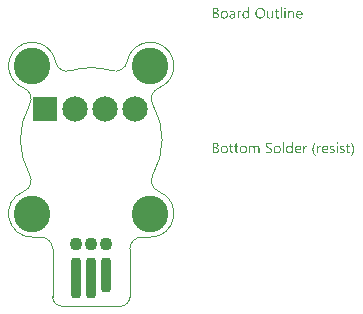
<source format=gbs>
G04*
G04 #@! TF.GenerationSoftware,Altium Limited,Altium Designer,21.3.2 (30)*
G04*
G04 Layer_Color=16711935*
%FSAX25Y25*%
%MOIN*%
G70*
G04*
G04 #@! TF.SameCoordinates,922420EC-F797-4737-9FA0-C8A043E9FC0D*
G04*
G04*
G04 #@! TF.FilePolarity,Negative*
G04*
G01*
G75*
%ADD12C,0.00197*%
%ADD31C,0.08465*%
%ADD32R,0.08465X0.08465*%
%ADD33C,0.00591*%
%ADD35C,0.12205*%
G04:AMPARAMS|DCode=44|XSize=35.43mil|YSize=135.83mil|CornerRadius=13.82mil|HoleSize=0mil|Usage=FLASHONLY|Rotation=180.000|XOffset=0mil|YOffset=0mil|HoleType=Round|Shape=RoundedRectangle|*
%AMROUNDEDRECTD44*
21,1,0.03543,0.10819,0,0,180.0*
21,1,0.00780,0.13583,0,0,180.0*
1,1,0.02764,-0.00390,0.05409*
1,1,0.02764,0.00390,0.05409*
1,1,0.02764,0.00390,-0.05409*
1,1,0.02764,-0.00390,-0.05409*
%
%ADD44ROUNDEDRECTD44*%
G04:AMPARAMS|DCode=45|XSize=35.43mil|YSize=116.14mil|CornerRadius=13.82mil|HoleSize=0mil|Usage=FLASHONLY|Rotation=180.000|XOffset=0mil|YOffset=0mil|HoleType=Round|Shape=RoundedRectangle|*
%AMROUNDEDRECTD45*
21,1,0.03543,0.08850,0,0,180.0*
21,1,0.00780,0.11614,0,0,180.0*
1,1,0.02764,-0.00390,0.04425*
1,1,0.02764,0.00390,0.04425*
1,1,0.02764,0.00390,-0.04425*
1,1,0.02764,-0.00390,-0.04425*
%
%ADD45ROUNDEDRECTD45*%
%ADD47C,0.04331*%
G36*
X0064623Y0044275D02*
X0064650Y0044268D01*
X0064678Y0044259D01*
X0064709Y0044244D01*
X0064740Y0044225D01*
X0064771Y0044201D01*
X0064774Y0044197D01*
X0064783Y0044188D01*
X0064796Y0044173D01*
X0064811Y0044151D01*
X0064824Y0044123D01*
X0064836Y0044092D01*
X0064845Y0044055D01*
X0064848Y0044015D01*
Y0044009D01*
Y0043997D01*
X0064845Y0043978D01*
X0064839Y0043950D01*
X0064830Y0043922D01*
X0064814Y0043891D01*
X0064796Y0043861D01*
X0064771Y0043830D01*
X0064768Y0043827D01*
X0064759Y0043817D01*
X0064740Y0043805D01*
X0064719Y0043793D01*
X0064691Y0043780D01*
X0064660Y0043768D01*
X0064626Y0043759D01*
X0064586Y0043755D01*
X0064567D01*
X0064549Y0043759D01*
X0064521Y0043765D01*
X0064493Y0043774D01*
X0064462Y0043786D01*
X0064431Y0043802D01*
X0064400Y0043827D01*
X0064397Y0043830D01*
X0064388Y0043839D01*
X0064376Y0043857D01*
X0064363Y0043879D01*
X0064351Y0043904D01*
X0064338Y0043938D01*
X0064329Y0043975D01*
X0064326Y0044015D01*
Y0044021D01*
Y0044034D01*
X0064329Y0044055D01*
X0064335Y0044080D01*
X0064345Y0044111D01*
X0064357Y0044142D01*
X0064376Y0044173D01*
X0064400Y0044201D01*
X0064403Y0044203D01*
X0064413Y0044213D01*
X0064431Y0044225D01*
X0064453Y0044241D01*
X0064481Y0044253D01*
X0064512Y0044265D01*
X0064546Y0044275D01*
X0064586Y0044278D01*
X0064604D01*
X0064623Y0044275D01*
D02*
G37*
G36*
X0052655Y0040610D02*
X0052254D01*
Y0041033D01*
X0052244D01*
X0052241Y0041027D01*
X0052232Y0041012D01*
X0052213Y0040990D01*
X0052192Y0040959D01*
X0052161Y0040922D01*
X0052127Y0040882D01*
X0052083Y0040839D01*
X0052031Y0040792D01*
X0051975Y0040746D01*
X0051911Y0040703D01*
X0051839Y0040662D01*
X0051762Y0040625D01*
X0051679Y0040594D01*
X0051586Y0040573D01*
X0051487Y0040557D01*
X0051382Y0040551D01*
X0051360D01*
X0051336Y0040554D01*
X0051305Y0040557D01*
X0051265Y0040560D01*
X0051218Y0040570D01*
X0051166Y0040579D01*
X0051110Y0040594D01*
X0051051Y0040610D01*
X0050990Y0040635D01*
X0050928Y0040659D01*
X0050863Y0040693D01*
X0050801Y0040730D01*
X0050739Y0040777D01*
X0050681Y0040829D01*
X0050625Y0040888D01*
X0050622Y0040891D01*
X0050613Y0040903D01*
X0050600Y0040922D01*
X0050582Y0040950D01*
X0050560Y0040984D01*
X0050535Y0041024D01*
X0050511Y0041073D01*
X0050486Y0041129D01*
X0050458Y0041191D01*
X0050433Y0041259D01*
X0050409Y0041336D01*
X0050387Y0041416D01*
X0050369Y0041503D01*
X0050356Y0041599D01*
X0050347Y0041698D01*
X0050344Y0041803D01*
Y0041806D01*
Y0041809D01*
Y0041818D01*
Y0041830D01*
X0050347Y0041861D01*
X0050350Y0041905D01*
X0050353Y0041960D01*
X0050359Y0042019D01*
X0050369Y0042087D01*
X0050384Y0042161D01*
X0050400Y0042238D01*
X0050421Y0042322D01*
X0050446Y0042402D01*
X0050477Y0042489D01*
X0050511Y0042569D01*
X0050554Y0042649D01*
X0050600Y0042726D01*
X0050656Y0042801D01*
X0050659Y0042804D01*
X0050671Y0042816D01*
X0050690Y0042835D01*
X0050715Y0042859D01*
X0050745Y0042887D01*
X0050783Y0042921D01*
X0050829Y0042955D01*
X0050878Y0042989D01*
X0050937Y0043023D01*
X0050999Y0043057D01*
X0051067Y0043091D01*
X0051141Y0043119D01*
X0051221Y0043144D01*
X0051308Y0043162D01*
X0051398Y0043175D01*
X0051493Y0043178D01*
X0051515D01*
X0051543Y0043175D01*
X0051577Y0043172D01*
X0051620Y0043165D01*
X0051669Y0043156D01*
X0051722Y0043144D01*
X0051781Y0043128D01*
X0051842Y0043107D01*
X0051904Y0043079D01*
X0051966Y0043045D01*
X0052028Y0043005D01*
X0052087Y0042958D01*
X0052145Y0042906D01*
X0052198Y0042841D01*
X0052244Y0042770D01*
X0052254D01*
Y0044324D01*
X0052655D01*
Y0040610D01*
D02*
G37*
G36*
X0066869Y0043175D02*
X0066897D01*
X0066931Y0043168D01*
X0066971Y0043162D01*
X0067014Y0043156D01*
X0067061Y0043144D01*
X0067110Y0043131D01*
X0067163Y0043113D01*
X0067215Y0043091D01*
X0067268Y0043063D01*
X0067317Y0043032D01*
X0067367Y0042998D01*
X0067413Y0042955D01*
X0067456Y0042909D01*
X0067459Y0042906D01*
X0067466Y0042897D01*
X0067478Y0042881D01*
X0067490Y0042859D01*
X0067506Y0042832D01*
X0067524Y0042798D01*
X0067546Y0042757D01*
X0067567Y0042714D01*
X0067586Y0042662D01*
X0067608Y0042606D01*
X0067626Y0042541D01*
X0067642Y0042473D01*
X0067654Y0042399D01*
X0067666Y0042319D01*
X0067673Y0042235D01*
X0067676Y0042143D01*
Y0040610D01*
X0067274D01*
Y0042041D01*
Y0042044D01*
Y0042050D01*
Y0042059D01*
Y0042074D01*
X0067271Y0042093D01*
Y0042115D01*
X0067265Y0042164D01*
X0067255Y0042226D01*
X0067243Y0042294D01*
X0067225Y0042365D01*
X0067200Y0042439D01*
X0067169Y0042513D01*
X0067132Y0042584D01*
X0067085Y0042652D01*
X0067027Y0042714D01*
X0066962Y0042764D01*
X0066925Y0042785D01*
X0066882Y0042804D01*
X0066838Y0042819D01*
X0066792Y0042829D01*
X0066742Y0042835D01*
X0066690Y0042838D01*
X0066662D01*
X0066641Y0042835D01*
X0066616Y0042832D01*
X0066585Y0042825D01*
X0066551Y0042819D01*
X0066517Y0042810D01*
X0066477Y0042798D01*
X0066437Y0042782D01*
X0066396Y0042764D01*
X0066353Y0042742D01*
X0066313Y0042714D01*
X0066270Y0042683D01*
X0066229Y0042649D01*
X0066192Y0042609D01*
X0066189Y0042606D01*
X0066183Y0042600D01*
X0066174Y0042588D01*
X0066162Y0042569D01*
X0066146Y0042547D01*
X0066131Y0042520D01*
X0066112Y0042489D01*
X0066094Y0042455D01*
X0066075Y0042414D01*
X0066057Y0042371D01*
X0066041Y0042325D01*
X0066026Y0042275D01*
X0066013Y0042220D01*
X0066004Y0042164D01*
X0065998Y0042102D01*
X0065995Y0042041D01*
Y0040610D01*
X0065593D01*
Y0043119D01*
X0065995D01*
Y0042702D01*
X0066004D01*
X0066007Y0042708D01*
X0066016Y0042723D01*
X0066035Y0042745D01*
X0066057Y0042776D01*
X0066087Y0042813D01*
X0066121Y0042853D01*
X0066165Y0042897D01*
X0066214Y0042940D01*
X0066270Y0042983D01*
X0066331Y0043026D01*
X0066400Y0043066D01*
X0066471Y0043104D01*
X0066551Y0043134D01*
X0066637Y0043156D01*
X0066730Y0043172D01*
X0066829Y0043178D01*
X0066847D01*
X0066869Y0043175D01*
D02*
G37*
G36*
X0049893Y0043159D02*
X0049927D01*
X0049964Y0043153D01*
X0050004Y0043147D01*
X0050044Y0043141D01*
X0050078Y0043128D01*
Y0042711D01*
X0050072Y0042714D01*
X0050060Y0042723D01*
X0050035Y0042736D01*
X0050001Y0042751D01*
X0049955Y0042767D01*
X0049905Y0042779D01*
X0049843Y0042788D01*
X0049772Y0042791D01*
X0049747D01*
X0049729Y0042788D01*
X0049707Y0042785D01*
X0049683Y0042779D01*
X0049624Y0042761D01*
X0049590Y0042748D01*
X0049556Y0042733D01*
X0049519Y0042711D01*
X0049482Y0042689D01*
X0049448Y0042662D01*
X0049411Y0042628D01*
X0049377Y0042591D01*
X0049343Y0042547D01*
X0049340Y0042544D01*
X0049336Y0042535D01*
X0049327Y0042523D01*
X0049315Y0042504D01*
X0049303Y0042479D01*
X0049287Y0042448D01*
X0049272Y0042414D01*
X0049256Y0042374D01*
X0049241Y0042331D01*
X0049225Y0042282D01*
X0049210Y0042226D01*
X0049197Y0042167D01*
X0049185Y0042102D01*
X0049176Y0042034D01*
X0049173Y0041963D01*
X0049170Y0041886D01*
Y0040610D01*
X0048768D01*
Y0043119D01*
X0049170D01*
Y0042600D01*
X0049179D01*
Y0042603D01*
X0049182Y0042612D01*
X0049188Y0042625D01*
X0049194Y0042643D01*
X0049204Y0042665D01*
X0049216Y0042693D01*
X0049244Y0042751D01*
X0049281Y0042819D01*
X0049327Y0042887D01*
X0049380Y0042952D01*
X0049442Y0043014D01*
X0049445Y0043017D01*
X0049451Y0043020D01*
X0049460Y0043026D01*
X0049472Y0043039D01*
X0049488Y0043048D01*
X0049510Y0043060D01*
X0049556Y0043088D01*
X0049615Y0043116D01*
X0049683Y0043141D01*
X0049757Y0043156D01*
X0049797Y0043159D01*
X0049837Y0043162D01*
X0049862D01*
X0049893Y0043159D01*
D02*
G37*
G36*
X0060655Y0040610D02*
X0060254D01*
Y0041005D01*
X0060244D01*
X0060241Y0040999D01*
X0060232Y0040987D01*
X0060216Y0040962D01*
X0060198Y0040934D01*
X0060170Y0040900D01*
X0060136Y0040863D01*
X0060099Y0040820D01*
X0060053Y0040780D01*
X0060003Y0040737D01*
X0059944Y0040696D01*
X0059883Y0040656D01*
X0059812Y0040622D01*
X0059734Y0040594D01*
X0059654Y0040570D01*
X0059564Y0040557D01*
X0059469Y0040551D01*
X0059447D01*
X0059431Y0040554D01*
X0059410D01*
X0059385Y0040557D01*
X0059357Y0040563D01*
X0059330Y0040567D01*
X0059262Y0040585D01*
X0059184Y0040607D01*
X0059104Y0040641D01*
X0059064Y0040662D01*
X0059021Y0040684D01*
X0058977Y0040712D01*
X0058937Y0040740D01*
X0058897Y0040774D01*
X0058857Y0040811D01*
X0058817Y0040854D01*
X0058780Y0040897D01*
X0058746Y0040947D01*
X0058712Y0041002D01*
X0058684Y0041061D01*
X0058656Y0041123D01*
X0058631Y0041191D01*
X0058610Y0041265D01*
X0058594Y0041345D01*
X0058582Y0041429D01*
X0058576Y0041521D01*
X0058573Y0041617D01*
Y0043119D01*
X0058971D01*
Y0041682D01*
Y0041679D01*
Y0041673D01*
Y0041664D01*
Y0041648D01*
X0058974Y0041630D01*
Y0041608D01*
X0058980Y0041559D01*
X0058990Y0041497D01*
X0059002Y0041432D01*
X0059024Y0041358D01*
X0059048Y0041287D01*
X0059079Y0041212D01*
X0059119Y0041138D01*
X0059169Y0041073D01*
X0059228Y0041012D01*
X0059299Y0040962D01*
X0059336Y0040940D01*
X0059379Y0040922D01*
X0059425Y0040907D01*
X0059472Y0040897D01*
X0059524Y0040891D01*
X0059580Y0040888D01*
X0059608D01*
X0059629Y0040891D01*
X0059654Y0040894D01*
X0059682Y0040900D01*
X0059716Y0040907D01*
X0059750Y0040916D01*
X0059787Y0040925D01*
X0059827Y0040940D01*
X0059867Y0040959D01*
X0059907Y0040981D01*
X0059948Y0041005D01*
X0059988Y0041033D01*
X0060025Y0041067D01*
X0060062Y0041104D01*
X0060065Y0041107D01*
X0060071Y0041113D01*
X0060080Y0041126D01*
X0060093Y0041144D01*
X0060105Y0041166D01*
X0060124Y0041191D01*
X0060139Y0041222D01*
X0060158Y0041256D01*
X0060176Y0041296D01*
X0060192Y0041339D01*
X0060210Y0041385D01*
X0060223Y0041435D01*
X0060235Y0041491D01*
X0060244Y0041546D01*
X0060250Y0041608D01*
X0060254Y0041673D01*
Y0043119D01*
X0060655D01*
Y0040610D01*
D02*
G37*
G36*
X0064780D02*
X0064379D01*
Y0043119D01*
X0064780D01*
Y0040610D01*
D02*
G37*
G36*
X0063566D02*
X0063164D01*
Y0044324D01*
X0063566D01*
Y0040610D01*
D02*
G37*
G36*
X0047164Y0043175D02*
X0047186D01*
X0047207Y0043172D01*
X0047235Y0043168D01*
X0047266Y0043162D01*
X0047331Y0043150D01*
X0047408Y0043128D01*
X0047486Y0043100D01*
X0047569Y0043060D01*
X0047652Y0043011D01*
X0047693Y0042983D01*
X0047733Y0042949D01*
X0047770Y0042912D01*
X0047807Y0042875D01*
X0047841Y0042832D01*
X0047872Y0042782D01*
X0047903Y0042733D01*
X0047930Y0042677D01*
X0047952Y0042615D01*
X0047974Y0042550D01*
X0047989Y0042482D01*
X0048002Y0042405D01*
X0048008Y0042328D01*
X0048011Y0042241D01*
Y0040610D01*
X0047609D01*
Y0040999D01*
X0047600D01*
X0047597Y0040993D01*
X0047588Y0040981D01*
X0047572Y0040959D01*
X0047550Y0040928D01*
X0047523Y0040894D01*
X0047489Y0040857D01*
X0047452Y0040817D01*
X0047405Y0040777D01*
X0047353Y0040734D01*
X0047297Y0040693D01*
X0047232Y0040656D01*
X0047164Y0040622D01*
X0047087Y0040591D01*
X0047007Y0040570D01*
X0046920Y0040557D01*
X0046827Y0040551D01*
X0046790D01*
X0046766Y0040554D01*
X0046735Y0040557D01*
X0046698Y0040560D01*
X0046657Y0040567D01*
X0046614Y0040576D01*
X0046518Y0040601D01*
X0046472Y0040616D01*
X0046423Y0040635D01*
X0046373Y0040656D01*
X0046327Y0040684D01*
X0046284Y0040715D01*
X0046240Y0040749D01*
X0046237Y0040752D01*
X0046231Y0040758D01*
X0046222Y0040771D01*
X0046206Y0040786D01*
X0046191Y0040804D01*
X0046175Y0040829D01*
X0046154Y0040857D01*
X0046135Y0040888D01*
X0046117Y0040925D01*
X0046098Y0040965D01*
X0046080Y0041008D01*
X0046064Y0041055D01*
X0046049Y0041104D01*
X0046040Y0041157D01*
X0046033Y0041216D01*
X0046030Y0041274D01*
Y0041277D01*
Y0041284D01*
Y0041293D01*
X0046033Y0041305D01*
Y0041321D01*
X0046036Y0041339D01*
X0046043Y0041385D01*
X0046055Y0041441D01*
X0046073Y0041503D01*
X0046098Y0041571D01*
X0046135Y0041642D01*
X0046178Y0041713D01*
X0046231Y0041784D01*
X0046265Y0041818D01*
X0046299Y0041852D01*
X0046339Y0041886D01*
X0046379Y0041917D01*
X0046426Y0041948D01*
X0046475Y0041976D01*
X0046528Y0042000D01*
X0046586Y0042025D01*
X0046648Y0042047D01*
X0046713Y0042065D01*
X0046784Y0042081D01*
X0046858Y0042093D01*
X0047609Y0042198D01*
Y0042201D01*
Y0042204D01*
Y0042214D01*
Y0042226D01*
X0047606Y0042257D01*
X0047600Y0042297D01*
X0047594Y0042346D01*
X0047581Y0042402D01*
X0047566Y0042458D01*
X0047544Y0042520D01*
X0047517Y0042578D01*
X0047482Y0042637D01*
X0047442Y0042689D01*
X0047393Y0042739D01*
X0047331Y0042779D01*
X0047263Y0042810D01*
X0047226Y0042822D01*
X0047183Y0042832D01*
X0047139Y0042835D01*
X0047093Y0042838D01*
X0047071D01*
X0047050Y0042835D01*
X0047016Y0042832D01*
X0046976Y0042829D01*
X0046929Y0042822D01*
X0046877Y0042813D01*
X0046821Y0042801D01*
X0046759Y0042782D01*
X0046694Y0042764D01*
X0046627Y0042739D01*
X0046556Y0042708D01*
X0046484Y0042671D01*
X0046413Y0042631D01*
X0046342Y0042584D01*
X0046274Y0042529D01*
Y0042940D01*
X0046277Y0042943D01*
X0046290Y0042949D01*
X0046311Y0042961D01*
X0046339Y0042977D01*
X0046376Y0042995D01*
X0046416Y0043014D01*
X0046466Y0043036D01*
X0046521Y0043060D01*
X0046580Y0043082D01*
X0046645Y0043104D01*
X0046716Y0043122D01*
X0046790Y0043141D01*
X0046871Y0043156D01*
X0046951Y0043168D01*
X0047038Y0043175D01*
X0047127Y0043178D01*
X0047149D01*
X0047164Y0043175D01*
D02*
G37*
G36*
X0041528Y0044120D02*
X0041565Y0044117D01*
X0041608Y0044111D01*
X0041658Y0044105D01*
X0041714Y0044095D01*
X0041769Y0044083D01*
X0041828Y0044068D01*
X0041890Y0044049D01*
X0041948Y0044027D01*
X0042010Y0044003D01*
X0042066Y0043972D01*
X0042121Y0043938D01*
X0042174Y0043898D01*
X0042177Y0043894D01*
X0042186Y0043888D01*
X0042199Y0043876D01*
X0042214Y0043857D01*
X0042236Y0043836D01*
X0042257Y0043808D01*
X0042282Y0043777D01*
X0042307Y0043743D01*
X0042331Y0043703D01*
X0042356Y0043660D01*
X0042378Y0043610D01*
X0042399Y0043561D01*
X0042415Y0043505D01*
X0042427Y0043446D01*
X0042437Y0043385D01*
X0042440Y0043320D01*
Y0043317D01*
Y0043307D01*
Y0043292D01*
X0042437Y0043270D01*
X0042433Y0043242D01*
X0042430Y0043215D01*
X0042427Y0043181D01*
X0042421Y0043144D01*
X0042399Y0043060D01*
X0042372Y0042974D01*
X0042353Y0042927D01*
X0042331Y0042884D01*
X0042307Y0042841D01*
X0042279Y0042798D01*
X0042276Y0042794D01*
X0042273Y0042788D01*
X0042263Y0042776D01*
X0042248Y0042761D01*
X0042233Y0042745D01*
X0042214Y0042723D01*
X0042189Y0042702D01*
X0042165Y0042677D01*
X0042134Y0042652D01*
X0042100Y0042625D01*
X0042063Y0042600D01*
X0042022Y0042572D01*
X0041979Y0042547D01*
X0041936Y0042526D01*
X0041834Y0042485D01*
Y0042476D01*
X0041837D01*
X0041849Y0042473D01*
X0041868Y0042470D01*
X0041893Y0042467D01*
X0041924Y0042461D01*
X0041958Y0042452D01*
X0041998Y0042439D01*
X0042038Y0042427D01*
X0042127Y0042393D01*
X0042177Y0042371D01*
X0042223Y0042343D01*
X0042270Y0042316D01*
X0042316Y0042285D01*
X0042362Y0042248D01*
X0042402Y0042207D01*
X0042406Y0042204D01*
X0042412Y0042198D01*
X0042421Y0042186D01*
X0042437Y0042167D01*
X0042452Y0042143D01*
X0042470Y0042118D01*
X0042489Y0042084D01*
X0042511Y0042050D01*
X0042529Y0042010D01*
X0042548Y0041963D01*
X0042566Y0041917D01*
X0042582Y0041864D01*
X0042597Y0041806D01*
X0042606Y0041747D01*
X0042613Y0041685D01*
X0042616Y0041617D01*
Y0041611D01*
Y0041599D01*
X0042613Y0041574D01*
X0042610Y0041543D01*
X0042606Y0041503D01*
X0042597Y0041460D01*
X0042588Y0041410D01*
X0042576Y0041358D01*
X0042557Y0041299D01*
X0042535Y0041240D01*
X0042511Y0041181D01*
X0042480Y0041120D01*
X0042443Y0041058D01*
X0042399Y0040999D01*
X0042350Y0040944D01*
X0042291Y0040888D01*
X0042288Y0040885D01*
X0042276Y0040876D01*
X0042257Y0040863D01*
X0042233Y0040845D01*
X0042202Y0040823D01*
X0042162Y0040801D01*
X0042118Y0040774D01*
X0042069Y0040749D01*
X0042010Y0040724D01*
X0041948Y0040699D01*
X0041883Y0040675D01*
X0041809Y0040653D01*
X0041732Y0040635D01*
X0041652Y0040622D01*
X0041565Y0040613D01*
X0041475Y0040610D01*
X0040453D01*
Y0044123D01*
X0041494D01*
X0041528Y0044120D01*
D02*
G37*
G36*
X0061996Y0043119D02*
X0062630D01*
Y0042773D01*
X0061996D01*
Y0041361D01*
Y0041358D01*
Y0041348D01*
Y0041336D01*
Y0041321D01*
X0061999Y0041299D01*
X0062002Y0041274D01*
X0062009Y0041222D01*
X0062018Y0041160D01*
X0062033Y0041101D01*
X0062055Y0041046D01*
X0062067Y0041021D01*
X0062083Y0040999D01*
X0062086Y0040996D01*
X0062098Y0040984D01*
X0062120Y0040965D01*
X0062151Y0040947D01*
X0062191Y0040925D01*
X0062240Y0040910D01*
X0062299Y0040897D01*
X0062367Y0040891D01*
X0062392D01*
X0062420Y0040894D01*
X0062457Y0040900D01*
X0062497Y0040913D01*
X0062543Y0040925D01*
X0062586Y0040947D01*
X0062630Y0040975D01*
Y0040631D01*
X0062627D01*
X0062624Y0040628D01*
X0062614Y0040625D01*
X0062605Y0040619D01*
X0062571Y0040607D01*
X0062531Y0040594D01*
X0062475Y0040582D01*
X0062410Y0040570D01*
X0062336Y0040560D01*
X0062253Y0040557D01*
X0062225D01*
X0062191Y0040563D01*
X0062151Y0040570D01*
X0062101Y0040579D01*
X0062046Y0040598D01*
X0061984Y0040619D01*
X0061925Y0040650D01*
X0061863Y0040687D01*
X0061802Y0040737D01*
X0061746Y0040795D01*
X0061721Y0040829D01*
X0061696Y0040866D01*
X0061675Y0040907D01*
X0061656Y0040950D01*
X0061638Y0040996D01*
X0061622Y0041049D01*
X0061610Y0041101D01*
X0061601Y0041160D01*
X0061598Y0041222D01*
X0061594Y0041290D01*
Y0042773D01*
X0061165D01*
Y0043119D01*
X0061594D01*
Y0043731D01*
X0061996Y0043861D01*
Y0043119D01*
D02*
G37*
G36*
X0069465Y0043175D02*
X0069499Y0043172D01*
X0069542Y0043168D01*
X0069588Y0043162D01*
X0069641Y0043150D01*
X0069696Y0043137D01*
X0069758Y0043122D01*
X0069820Y0043100D01*
X0069882Y0043073D01*
X0069947Y0043042D01*
X0070009Y0043005D01*
X0070067Y0042961D01*
X0070126Y0042912D01*
X0070179Y0042856D01*
X0070182Y0042853D01*
X0070191Y0042841D01*
X0070203Y0042822D01*
X0070222Y0042798D01*
X0070240Y0042767D01*
X0070265Y0042726D01*
X0070290Y0042680D01*
X0070315Y0042628D01*
X0070339Y0042566D01*
X0070364Y0042501D01*
X0070389Y0042427D01*
X0070407Y0042349D01*
X0070426Y0042263D01*
X0070438Y0042173D01*
X0070447Y0042074D01*
X0070451Y0041973D01*
Y0041762D01*
X0068677D01*
Y0041756D01*
Y0041744D01*
X0068680Y0041722D01*
X0068683Y0041695D01*
X0068686Y0041657D01*
X0068692Y0041617D01*
X0068698Y0041574D01*
X0068711Y0041524D01*
X0068739Y0041420D01*
X0068757Y0041367D01*
X0068779Y0041311D01*
X0068804Y0041259D01*
X0068831Y0041206D01*
X0068865Y0041160D01*
X0068902Y0041113D01*
X0068906Y0041110D01*
X0068912Y0041104D01*
X0068924Y0041092D01*
X0068943Y0041080D01*
X0068964Y0041061D01*
X0068992Y0041043D01*
X0069023Y0041021D01*
X0069057Y0041002D01*
X0069097Y0040981D01*
X0069143Y0040959D01*
X0069190Y0040940D01*
X0069245Y0040922D01*
X0069301Y0040910D01*
X0069363Y0040897D01*
X0069428Y0040891D01*
X0069496Y0040888D01*
X0069514D01*
X0069536Y0040891D01*
X0069567D01*
X0069604Y0040897D01*
X0069647Y0040903D01*
X0069696Y0040913D01*
X0069752Y0040922D01*
X0069811Y0040937D01*
X0069873Y0040956D01*
X0069937Y0040978D01*
X0070002Y0041005D01*
X0070070Y0041036D01*
X0070138Y0041073D01*
X0070206Y0041117D01*
X0070274Y0041166D01*
Y0040789D01*
X0070271Y0040786D01*
X0070259Y0040780D01*
X0070240Y0040767D01*
X0070216Y0040752D01*
X0070182Y0040734D01*
X0070142Y0040715D01*
X0070095Y0040693D01*
X0070043Y0040672D01*
X0069981Y0040647D01*
X0069916Y0040625D01*
X0069845Y0040607D01*
X0069768Y0040588D01*
X0069684Y0040573D01*
X0069595Y0040560D01*
X0069499Y0040554D01*
X0069400Y0040551D01*
X0069375D01*
X0069350Y0040554D01*
X0069313Y0040557D01*
X0069267Y0040560D01*
X0069214Y0040570D01*
X0069159Y0040579D01*
X0069097Y0040594D01*
X0069032Y0040613D01*
X0068964Y0040635D01*
X0068893Y0040662D01*
X0068825Y0040693D01*
X0068754Y0040734D01*
X0068689Y0040780D01*
X0068624Y0040832D01*
X0068566Y0040891D01*
X0068563Y0040894D01*
X0068553Y0040907D01*
X0068538Y0040928D01*
X0068519Y0040956D01*
X0068494Y0040990D01*
X0068470Y0041033D01*
X0068442Y0041083D01*
X0068414Y0041141D01*
X0068386Y0041203D01*
X0068358Y0041277D01*
X0068334Y0041355D01*
X0068309Y0041441D01*
X0068291Y0041534D01*
X0068275Y0041633D01*
X0068266Y0041741D01*
X0068263Y0041852D01*
Y0041855D01*
Y0041858D01*
Y0041868D01*
Y0041877D01*
X0068266Y0041908D01*
X0068269Y0041951D01*
X0068272Y0042000D01*
X0068281Y0042056D01*
X0068291Y0042121D01*
X0068303Y0042192D01*
X0068322Y0042266D01*
X0068343Y0042343D01*
X0068371Y0042424D01*
X0068402Y0042504D01*
X0068439Y0042581D01*
X0068485Y0042662D01*
X0068535Y0042736D01*
X0068593Y0042807D01*
X0068597Y0042810D01*
X0068609Y0042822D01*
X0068627Y0042841D01*
X0068652Y0042866D01*
X0068686Y0042893D01*
X0068726Y0042924D01*
X0068770Y0042958D01*
X0068822Y0042992D01*
X0068878Y0043026D01*
X0068943Y0043060D01*
X0069011Y0043091D01*
X0069082Y0043119D01*
X0069159Y0043144D01*
X0069242Y0043162D01*
X0069329Y0043175D01*
X0069418Y0043178D01*
X0069440D01*
X0069465Y0043175D01*
D02*
G37*
G36*
X0056422Y0044179D02*
X0056444D01*
X0056465Y0044176D01*
X0056493D01*
X0056555Y0044166D01*
X0056626Y0044157D01*
X0056706Y0044142D01*
X0056793Y0044120D01*
X0056882Y0044095D01*
X0056978Y0044061D01*
X0057074Y0044021D01*
X0057173Y0043975D01*
X0057272Y0043919D01*
X0057364Y0043854D01*
X0057457Y0043777D01*
X0057543Y0043691D01*
X0057550Y0043684D01*
X0057562Y0043669D01*
X0057584Y0043641D01*
X0057615Y0043601D01*
X0057645Y0043551D01*
X0057686Y0043493D01*
X0057726Y0043425D01*
X0057766Y0043348D01*
X0057806Y0043258D01*
X0057846Y0043162D01*
X0057886Y0043057D01*
X0057920Y0042943D01*
X0057948Y0042819D01*
X0057970Y0042689D01*
X0057982Y0042553D01*
X0057989Y0042408D01*
Y0042405D01*
Y0042399D01*
Y0042387D01*
Y0042371D01*
X0057985Y0042349D01*
Y0042325D01*
X0057982Y0042297D01*
Y0042266D01*
X0057979Y0042232D01*
X0057976Y0042195D01*
X0057964Y0042112D01*
X0057951Y0042016D01*
X0057933Y0041917D01*
X0057908Y0041809D01*
X0057877Y0041698D01*
X0057840Y0041586D01*
X0057797Y0041472D01*
X0057744Y0041361D01*
X0057683Y0041249D01*
X0057612Y0041148D01*
X0057531Y0041049D01*
X0057525Y0041043D01*
X0057510Y0041027D01*
X0057485Y0041002D01*
X0057448Y0040971D01*
X0057401Y0040934D01*
X0057346Y0040891D01*
X0057284Y0040848D01*
X0057210Y0040801D01*
X0057126Y0040755D01*
X0057034Y0040709D01*
X0056935Y0040666D01*
X0056827Y0040628D01*
X0056709Y0040598D01*
X0056586Y0040573D01*
X0056453Y0040557D01*
X0056314Y0040551D01*
X0056280D01*
X0056264Y0040554D01*
X0056243D01*
X0056218Y0040557D01*
X0056190Y0040560D01*
X0056125Y0040567D01*
X0056054Y0040576D01*
X0055971Y0040591D01*
X0055884Y0040613D01*
X0055788Y0040638D01*
X0055693Y0040672D01*
X0055594Y0040712D01*
X0055492Y0040758D01*
X0055393Y0040814D01*
X0055297Y0040882D01*
X0055201Y0040956D01*
X0055115Y0041043D01*
X0055109Y0041049D01*
X0055096Y0041064D01*
X0055075Y0041092D01*
X0055044Y0041132D01*
X0055010Y0041181D01*
X0054973Y0041240D01*
X0054932Y0041308D01*
X0054892Y0041388D01*
X0054849Y0041475D01*
X0054809Y0041571D01*
X0054772Y0041676D01*
X0054738Y0041790D01*
X0054707Y0041914D01*
X0054685Y0042044D01*
X0054673Y0042180D01*
X0054667Y0042325D01*
Y0042328D01*
Y0042334D01*
Y0042346D01*
Y0042362D01*
X0054670Y0042384D01*
Y0042405D01*
X0054673Y0042433D01*
Y0042464D01*
X0054676Y0042498D01*
X0054682Y0042538D01*
X0054691Y0042618D01*
X0054704Y0042711D01*
X0054725Y0042810D01*
X0054747Y0042918D01*
X0054778Y0043026D01*
X0054815Y0043137D01*
X0054858Y0043252D01*
X0054911Y0043363D01*
X0054973Y0043471D01*
X0055044Y0043576D01*
X0055124Y0043675D01*
X0055130Y0043681D01*
X0055146Y0043697D01*
X0055170Y0043722D01*
X0055208Y0043755D01*
X0055254Y0043793D01*
X0055313Y0043836D01*
X0055377Y0043882D01*
X0055452Y0043929D01*
X0055538Y0043975D01*
X0055631Y0044021D01*
X0055733Y0044065D01*
X0055844Y0044102D01*
X0055964Y0044136D01*
X0056091Y0044160D01*
X0056227Y0044176D01*
X0056372Y0044182D01*
X0056403D01*
X0056422Y0044179D01*
D02*
G37*
G36*
X0044436Y0043175D02*
X0044476Y0043172D01*
X0044522Y0043168D01*
X0044578Y0043159D01*
X0044637Y0043150D01*
X0044701Y0043134D01*
X0044773Y0043116D01*
X0044844Y0043094D01*
X0044915Y0043066D01*
X0044989Y0043032D01*
X0045060Y0042992D01*
X0045131Y0042946D01*
X0045196Y0042893D01*
X0045258Y0042832D01*
X0045261Y0042829D01*
X0045270Y0042816D01*
X0045285Y0042794D01*
X0045307Y0042767D01*
X0045332Y0042733D01*
X0045357Y0042689D01*
X0045388Y0042640D01*
X0045415Y0042581D01*
X0045446Y0042516D01*
X0045474Y0042445D01*
X0045499Y0042368D01*
X0045523Y0042282D01*
X0045545Y0042189D01*
X0045561Y0042090D01*
X0045570Y0041985D01*
X0045573Y0041874D01*
Y0041871D01*
Y0041868D01*
Y0041858D01*
Y0041846D01*
X0045570Y0041815D01*
X0045567Y0041775D01*
X0045564Y0041722D01*
X0045554Y0041664D01*
X0045545Y0041599D01*
X0045530Y0041528D01*
X0045511Y0041453D01*
X0045489Y0041373D01*
X0045462Y0041293D01*
X0045431Y0041212D01*
X0045391Y0041132D01*
X0045344Y0041055D01*
X0045292Y0040981D01*
X0045233Y0040910D01*
X0045230Y0040907D01*
X0045217Y0040894D01*
X0045199Y0040876D01*
X0045171Y0040854D01*
X0045137Y0040826D01*
X0045097Y0040795D01*
X0045048Y0040764D01*
X0044992Y0040730D01*
X0044930Y0040696D01*
X0044862Y0040666D01*
X0044788Y0040635D01*
X0044708Y0040607D01*
X0044618Y0040585D01*
X0044525Y0040567D01*
X0044430Y0040554D01*
X0044324Y0040551D01*
X0044300D01*
X0044272Y0040554D01*
X0044232Y0040557D01*
X0044186Y0040560D01*
X0044130Y0040570D01*
X0044071Y0040579D01*
X0044006Y0040594D01*
X0043935Y0040613D01*
X0043864Y0040638D01*
X0043790Y0040666D01*
X0043716Y0040699D01*
X0043642Y0040740D01*
X0043567Y0040786D01*
X0043499Y0040839D01*
X0043435Y0040900D01*
X0043431Y0040903D01*
X0043419Y0040916D01*
X0043404Y0040937D01*
X0043382Y0040965D01*
X0043357Y0040999D01*
X0043330Y0041043D01*
X0043302Y0041092D01*
X0043271Y0041151D01*
X0043240Y0041212D01*
X0043209Y0041284D01*
X0043181Y0041361D01*
X0043156Y0041444D01*
X0043135Y0041531D01*
X0043119Y0041627D01*
X0043107Y0041728D01*
X0043104Y0041833D01*
Y0041837D01*
Y0041840D01*
Y0041849D01*
Y0041861D01*
X0043107Y0041895D01*
X0043110Y0041939D01*
X0043113Y0041991D01*
X0043123Y0042053D01*
X0043132Y0042121D01*
X0043147Y0042195D01*
X0043166Y0042272D01*
X0043187Y0042353D01*
X0043215Y0042436D01*
X0043249Y0042520D01*
X0043289Y0042600D01*
X0043333Y0042677D01*
X0043385Y0042751D01*
X0043447Y0042822D01*
X0043450Y0042825D01*
X0043462Y0042838D01*
X0043484Y0042856D01*
X0043512Y0042878D01*
X0043546Y0042906D01*
X0043589Y0042934D01*
X0043639Y0042968D01*
X0043694Y0043001D01*
X0043756Y0043032D01*
X0043827Y0043066D01*
X0043904Y0043094D01*
X0043988Y0043122D01*
X0044077Y0043144D01*
X0044173Y0043162D01*
X0044275Y0043175D01*
X0044383Y0043178D01*
X0044408D01*
X0044436Y0043175D01*
D02*
G37*
G36*
X0082032Y-0000656D02*
X0082060Y-0000662D01*
X0082087Y-0000672D01*
X0082118Y-0000687D01*
X0082149Y-0000706D01*
X0082180Y-0000730D01*
X0082183Y-0000733D01*
X0082192Y-0000743D01*
X0082205Y-0000758D01*
X0082220Y-0000780D01*
X0082233Y-0000808D01*
X0082245Y-0000838D01*
X0082254Y-0000876D01*
X0082257Y-0000916D01*
Y-0000922D01*
Y-0000934D01*
X0082254Y-0000953D01*
X0082248Y-0000981D01*
X0082239Y-0001008D01*
X0082223Y-0001039D01*
X0082205Y-0001070D01*
X0082180Y-0001101D01*
X0082177Y-0001104D01*
X0082168Y-0001113D01*
X0082149Y-0001126D01*
X0082128Y-0001138D01*
X0082100Y-0001151D01*
X0082069Y-0001163D01*
X0082035Y-0001172D01*
X0081995Y-0001175D01*
X0081976D01*
X0081958Y-0001172D01*
X0081930Y-0001166D01*
X0081902Y-0001157D01*
X0081871Y-0001144D01*
X0081840Y-0001129D01*
X0081809Y-0001104D01*
X0081806Y-0001101D01*
X0081797Y-0001092D01*
X0081785Y-0001073D01*
X0081772Y-0001052D01*
X0081760Y-0001027D01*
X0081748Y-0000993D01*
X0081738Y-0000956D01*
X0081735Y-0000916D01*
Y-0000910D01*
Y-0000897D01*
X0081738Y-0000876D01*
X0081744Y-0000851D01*
X0081754Y-0000820D01*
X0081766Y-0000789D01*
X0081785Y-0000758D01*
X0081809Y-0000730D01*
X0081812Y-0000727D01*
X0081822Y-0000718D01*
X0081840Y-0000706D01*
X0081862Y-0000690D01*
X0081890Y-0000678D01*
X0081921Y-0000665D01*
X0081954Y-0000656D01*
X0081995Y-0000653D01*
X0082013D01*
X0082032Y-0000656D01*
D02*
G37*
G36*
X0059453Y-0000752D02*
X0059496D01*
X0059546Y-0000755D01*
X0059601Y-0000758D01*
X0059660Y-0000764D01*
X0059784Y-0000780D01*
X0059907Y-0000801D01*
X0059969Y-0000817D01*
X0060025Y-0000832D01*
X0060080Y-0000854D01*
X0060127Y-0000876D01*
Y-0001339D01*
X0060124Y-0001336D01*
X0060111Y-0001330D01*
X0060096Y-0001321D01*
X0060071Y-0001305D01*
X0060040Y-0001290D01*
X0060003Y-0001271D01*
X0059960Y-0001249D01*
X0059911Y-0001231D01*
X0059855Y-0001209D01*
X0059793Y-0001191D01*
X0059728Y-0001172D01*
X0059657Y-0001157D01*
X0059583Y-0001141D01*
X0059503Y-0001132D01*
X0059416Y-0001126D01*
X0059326Y-0001123D01*
X0059277D01*
X0059243Y-0001126D01*
X0059203Y-0001129D01*
X0059157Y-0001135D01*
X0059107Y-0001141D01*
X0059058Y-0001151D01*
X0059052D01*
X0059036Y-0001157D01*
X0059011Y-0001163D01*
X0058977Y-0001172D01*
X0058940Y-0001185D01*
X0058900Y-0001200D01*
X0058857Y-0001222D01*
X0058817Y-0001243D01*
X0058814Y-0001246D01*
X0058798Y-0001256D01*
X0058780Y-0001268D01*
X0058755Y-0001287D01*
X0058730Y-0001311D01*
X0058699Y-0001339D01*
X0058671Y-0001370D01*
X0058647Y-0001407D01*
X0058644Y-0001410D01*
X0058637Y-0001426D01*
X0058625Y-0001447D01*
X0058616Y-0001475D01*
X0058603Y-0001509D01*
X0058591Y-0001552D01*
X0058585Y-0001599D01*
X0058582Y-0001651D01*
Y-0001657D01*
Y-0001673D01*
X0058585Y-0001701D01*
X0058588Y-0001732D01*
X0058594Y-0001769D01*
X0058603Y-0001809D01*
X0058616Y-0001849D01*
X0058631Y-0001886D01*
X0058634Y-0001889D01*
X0058640Y-0001901D01*
X0058653Y-0001920D01*
X0058668Y-0001945D01*
X0058690Y-0001973D01*
X0058715Y-0002003D01*
X0058746Y-0002034D01*
X0058780Y-0002065D01*
X0058783Y-0002068D01*
X0058798Y-0002078D01*
X0058820Y-0002096D01*
X0058847Y-0002115D01*
X0058881Y-0002139D01*
X0058922Y-0002164D01*
X0058968Y-0002195D01*
X0059017Y-0002223D01*
X0059021D01*
X0059024Y-0002226D01*
X0059042Y-0002235D01*
X0059073Y-0002251D01*
X0059110Y-0002272D01*
X0059160Y-0002294D01*
X0059215Y-0002322D01*
X0059277Y-0002353D01*
X0059342Y-0002387D01*
X0059345D01*
X0059351Y-0002390D01*
X0059360Y-0002396D01*
X0059373Y-0002402D01*
X0059391Y-0002411D01*
X0059410Y-0002421D01*
X0059456Y-0002445D01*
X0059512Y-0002476D01*
X0059574Y-0002510D01*
X0059636Y-0002544D01*
X0059700Y-0002584D01*
X0059703D01*
X0059706Y-0002587D01*
X0059716Y-0002594D01*
X0059728Y-0002603D01*
X0059762Y-0002624D01*
X0059802Y-0002652D01*
X0059849Y-0002686D01*
X0059898Y-0002723D01*
X0059948Y-0002767D01*
X0059997Y-0002813D01*
X0060003Y-0002819D01*
X0060019Y-0002835D01*
X0060040Y-0002859D01*
X0060071Y-0002893D01*
X0060102Y-0002933D01*
X0060136Y-0002980D01*
X0060167Y-0003032D01*
X0060198Y-0003088D01*
Y-0003091D01*
X0060201Y-0003094D01*
X0060204Y-0003104D01*
X0060210Y-0003116D01*
X0060223Y-0003147D01*
X0060238Y-0003187D01*
X0060250Y-0003239D01*
X0060263Y-0003298D01*
X0060272Y-0003363D01*
X0060275Y-0003434D01*
Y-0003437D01*
Y-0003447D01*
Y-0003459D01*
Y-0003477D01*
X0060272Y-0003499D01*
X0060269Y-0003527D01*
X0060266Y-0003555D01*
X0060263Y-0003585D01*
X0060250Y-0003657D01*
X0060232Y-0003731D01*
X0060207Y-0003805D01*
X0060173Y-0003876D01*
Y-0003879D01*
X0060170Y-0003885D01*
X0060164Y-0003895D01*
X0060155Y-0003907D01*
X0060133Y-0003938D01*
X0060102Y-0003981D01*
X0060062Y-0004027D01*
X0060015Y-0004077D01*
X0059960Y-0004123D01*
X0059898Y-0004169D01*
X0059895D01*
X0059889Y-0004176D01*
X0059880Y-0004179D01*
X0059867Y-0004188D01*
X0059852Y-0004197D01*
X0059830Y-0004207D01*
X0059784Y-0004231D01*
X0059725Y-0004256D01*
X0059657Y-0004284D01*
X0059583Y-0004309D01*
X0059500Y-0004330D01*
X0059496D01*
X0059490Y-0004333D01*
X0059478D01*
X0059459Y-0004336D01*
X0059441Y-0004343D01*
X0059416Y-0004346D01*
X0059388Y-0004349D01*
X0059354Y-0004355D01*
X0059283Y-0004364D01*
X0059203Y-0004370D01*
X0059116Y-0004377D01*
X0059024Y-0004380D01*
X0058990D01*
X0058968Y-0004377D01*
X0058937D01*
X0058900Y-0004373D01*
X0058860Y-0004370D01*
X0058817Y-0004364D01*
X0058810D01*
X0058795Y-0004361D01*
X0058770Y-0004358D01*
X0058739Y-0004355D01*
X0058702Y-0004349D01*
X0058659Y-0004343D01*
X0058616Y-0004336D01*
X0058566Y-0004327D01*
X0058560D01*
X0058545Y-0004324D01*
X0058520Y-0004318D01*
X0058489Y-0004309D01*
X0058452Y-0004302D01*
X0058412Y-0004290D01*
X0058325Y-0004265D01*
X0058319Y-0004262D01*
X0058307Y-0004259D01*
X0058285Y-0004250D01*
X0058260Y-0004241D01*
X0058233Y-0004228D01*
X0058202Y-0004213D01*
X0058171Y-0004197D01*
X0058143Y-0004179D01*
Y-0003694D01*
X0058146Y-0003697D01*
X0058158Y-0003706D01*
X0058177Y-0003721D01*
X0058199Y-0003737D01*
X0058230Y-0003759D01*
X0058263Y-0003780D01*
X0058301Y-0003805D01*
X0058344Y-0003827D01*
X0058350Y-0003830D01*
X0058365Y-0003836D01*
X0058387Y-0003848D01*
X0058418Y-0003861D01*
X0058455Y-0003876D01*
X0058495Y-0003895D01*
X0058542Y-0003913D01*
X0058588Y-0003929D01*
X0058594Y-0003932D01*
X0058610Y-0003935D01*
X0058637Y-0003941D01*
X0058668Y-0003950D01*
X0058709Y-0003963D01*
X0058752Y-0003972D01*
X0058847Y-0003990D01*
X0058854D01*
X0058869Y-0003993D01*
X0058894Y-0003997D01*
X0058928Y-0004000D01*
X0058965Y-0004006D01*
X0059005Y-0004009D01*
X0059088Y-0004012D01*
X0059126D01*
X0059150Y-0004009D01*
X0059181D01*
X0059218Y-0004006D01*
X0059259Y-0004000D01*
X0059302Y-0003993D01*
X0059394Y-0003978D01*
X0059487Y-0003953D01*
X0059577Y-0003919D01*
X0059617Y-0003898D01*
X0059654Y-0003873D01*
X0059657Y-0003870D01*
X0059663Y-0003867D01*
X0059673Y-0003857D01*
X0059685Y-0003845D01*
X0059697Y-0003833D01*
X0059713Y-0003814D01*
X0059731Y-0003793D01*
X0059750Y-0003768D01*
X0059765Y-0003740D01*
X0059784Y-0003712D01*
X0059815Y-0003641D01*
X0059824Y-0003601D01*
X0059833Y-0003558D01*
X0059839Y-0003514D01*
X0059842Y-0003465D01*
Y-0003462D01*
Y-0003459D01*
Y-0003440D01*
X0059839Y-0003416D01*
X0059836Y-0003382D01*
X0059827Y-0003341D01*
X0059818Y-0003301D01*
X0059802Y-0003258D01*
X0059781Y-0003218D01*
X0059778Y-0003212D01*
X0059768Y-0003199D01*
X0059756Y-0003181D01*
X0059737Y-0003153D01*
X0059713Y-0003125D01*
X0059682Y-0003091D01*
X0059648Y-0003060D01*
X0059608Y-0003026D01*
X0059601Y-0003023D01*
X0059589Y-0003011D01*
X0059564Y-0002992D01*
X0059534Y-0002971D01*
X0059493Y-0002946D01*
X0059450Y-0002918D01*
X0059401Y-0002887D01*
X0059345Y-0002859D01*
X0059342D01*
X0059339Y-0002856D01*
X0059330Y-0002850D01*
X0059320Y-0002844D01*
X0059289Y-0002829D01*
X0059249Y-0002807D01*
X0059200Y-0002782D01*
X0059144Y-0002754D01*
X0059086Y-0002723D01*
X0059021Y-0002689D01*
X0059017D01*
X0059011Y-0002686D01*
X0059002Y-0002680D01*
X0058990Y-0002674D01*
X0058956Y-0002655D01*
X0058909Y-0002631D01*
X0058857Y-0002603D01*
X0058798Y-0002572D01*
X0058678Y-0002501D01*
X0058675D01*
X0058671Y-0002498D01*
X0058662Y-0002492D01*
X0058650Y-0002486D01*
X0058622Y-0002464D01*
X0058585Y-0002439D01*
X0058542Y-0002408D01*
X0058495Y-0002371D01*
X0058449Y-0002334D01*
X0058403Y-0002291D01*
X0058396Y-0002285D01*
X0058384Y-0002269D01*
X0058362Y-0002248D01*
X0058335Y-0002217D01*
X0058307Y-0002176D01*
X0058276Y-0002133D01*
X0058245Y-0002084D01*
X0058217Y-0002031D01*
Y-0002028D01*
X0058214Y-0002025D01*
X0058211Y-0002016D01*
X0058208Y-0002003D01*
X0058196Y-0001973D01*
X0058183Y-0001932D01*
X0058171Y-0001883D01*
X0058158Y-0001824D01*
X0058152Y-0001759D01*
X0058149Y-0001688D01*
Y-0001685D01*
Y-0001679D01*
Y-0001664D01*
X0058152Y-0001648D01*
Y-0001626D01*
X0058155Y-0001602D01*
X0058161Y-0001546D01*
X0058174Y-0001481D01*
X0058192Y-0001410D01*
X0058220Y-0001339D01*
X0058254Y-0001271D01*
Y-0001268D01*
X0058260Y-0001262D01*
X0058267Y-0001252D01*
X0058273Y-0001240D01*
X0058297Y-0001209D01*
X0058328Y-0001166D01*
X0058369Y-0001120D01*
X0058415Y-0001070D01*
X0058467Y-0001024D01*
X0058529Y-0000977D01*
X0058532D01*
X0058539Y-0000971D01*
X0058548Y-0000965D01*
X0058560Y-0000959D01*
X0058576Y-0000950D01*
X0058594Y-0000937D01*
X0058644Y-0000913D01*
X0058702Y-0000885D01*
X0058767Y-0000857D01*
X0058841Y-0000829D01*
X0058922Y-0000808D01*
X0058925D01*
X0058931Y-0000805D01*
X0058943Y-0000801D01*
X0058959Y-0000798D01*
X0058980Y-0000795D01*
X0059002Y-0000789D01*
X0059030Y-0000783D01*
X0059061Y-0000777D01*
X0059129Y-0000767D01*
X0059203Y-0000758D01*
X0059286Y-0000752D01*
X0059370Y-0000749D01*
X0059419D01*
X0059453Y-0000752D01*
D02*
G37*
G36*
X0067218Y-0004321D02*
X0066817D01*
Y-0003898D01*
X0066807D01*
X0066804Y-0003904D01*
X0066795Y-0003919D01*
X0066777Y-0003941D01*
X0066755Y-0003972D01*
X0066724Y-0004009D01*
X0066690Y-0004049D01*
X0066647Y-0004092D01*
X0066594Y-0004139D01*
X0066539Y-0004185D01*
X0066474Y-0004228D01*
X0066403Y-0004268D01*
X0066325Y-0004306D01*
X0066242Y-0004336D01*
X0066149Y-0004358D01*
X0066050Y-0004373D01*
X0065945Y-0004380D01*
X0065924D01*
X0065899Y-0004377D01*
X0065868Y-0004373D01*
X0065828Y-0004370D01*
X0065781Y-0004361D01*
X0065729Y-0004352D01*
X0065673Y-0004336D01*
X0065615Y-0004321D01*
X0065553Y-0004296D01*
X0065491Y-0004272D01*
X0065426Y-0004237D01*
X0065364Y-0004200D01*
X0065302Y-0004154D01*
X0065244Y-0004101D01*
X0065188Y-0004043D01*
X0065185Y-0004040D01*
X0065176Y-0004027D01*
X0065163Y-0004009D01*
X0065145Y-0003981D01*
X0065123Y-0003947D01*
X0065099Y-0003907D01*
X0065074Y-0003857D01*
X0065049Y-0003802D01*
X0065021Y-0003740D01*
X0064997Y-0003672D01*
X0064972Y-0003595D01*
X0064950Y-0003514D01*
X0064932Y-0003428D01*
X0064919Y-0003332D01*
X0064910Y-0003233D01*
X0064907Y-0003128D01*
Y-0003125D01*
Y-0003122D01*
Y-0003113D01*
Y-0003100D01*
X0064910Y-0003070D01*
X0064913Y-0003026D01*
X0064916Y-0002971D01*
X0064922Y-0002912D01*
X0064932Y-0002844D01*
X0064947Y-0002770D01*
X0064963Y-0002692D01*
X0064984Y-0002609D01*
X0065009Y-0002529D01*
X0065040Y-0002442D01*
X0065074Y-0002362D01*
X0065117Y-0002282D01*
X0065163Y-0002204D01*
X0065219Y-0002130D01*
X0065222Y-0002127D01*
X0065235Y-0002115D01*
X0065253Y-0002096D01*
X0065278Y-0002071D01*
X0065309Y-0002044D01*
X0065346Y-0002010D01*
X0065392Y-0001976D01*
X0065442Y-0001942D01*
X0065500Y-0001908D01*
X0065562Y-0001874D01*
X0065630Y-0001840D01*
X0065704Y-0001812D01*
X0065785Y-0001787D01*
X0065871Y-0001769D01*
X0065961Y-0001756D01*
X0066057Y-0001753D01*
X0066078D01*
X0066106Y-0001756D01*
X0066140Y-0001759D01*
X0066183Y-0001766D01*
X0066233Y-0001775D01*
X0066285Y-0001787D01*
X0066344Y-0001803D01*
X0066406Y-0001824D01*
X0066467Y-0001852D01*
X0066529Y-0001886D01*
X0066591Y-0001926D01*
X0066650Y-0001973D01*
X0066708Y-0002025D01*
X0066761Y-0002090D01*
X0066807Y-0002161D01*
X0066817D01*
Y-0000607D01*
X0067218D01*
Y-0004321D01*
D02*
G37*
G36*
X0083870Y-0001756D02*
X0083898D01*
X0083932Y-0001759D01*
X0083969Y-0001762D01*
X0084009Y-0001769D01*
X0084102Y-0001781D01*
X0084198Y-0001803D01*
X0084300Y-0001830D01*
X0084399Y-0001867D01*
Y-0002275D01*
X0084396Y-0002272D01*
X0084386Y-0002266D01*
X0084371Y-0002260D01*
X0084349Y-0002248D01*
X0084325Y-0002232D01*
X0084294Y-0002217D01*
X0084257Y-0002201D01*
X0084216Y-0002183D01*
X0084170Y-0002167D01*
X0084124Y-0002152D01*
X0084071Y-0002136D01*
X0084016Y-0002121D01*
X0083954Y-0002108D01*
X0083892Y-0002102D01*
X0083830Y-0002096D01*
X0083762Y-0002093D01*
X0083722D01*
X0083694Y-0002096D01*
X0083663Y-0002099D01*
X0083629Y-0002105D01*
X0083558Y-0002121D01*
X0083555D01*
X0083543Y-0002124D01*
X0083527Y-0002130D01*
X0083506Y-0002139D01*
X0083456Y-0002161D01*
X0083404Y-0002192D01*
X0083401Y-0002195D01*
X0083394Y-0002201D01*
X0083382Y-0002211D01*
X0083367Y-0002223D01*
X0083333Y-0002257D01*
X0083302Y-0002303D01*
Y-0002306D01*
X0083296Y-0002316D01*
X0083293Y-0002328D01*
X0083286Y-0002346D01*
X0083280Y-0002365D01*
X0083274Y-0002390D01*
X0083271Y-0002417D01*
X0083268Y-0002445D01*
Y-0002448D01*
Y-0002461D01*
X0083271Y-0002479D01*
Y-0002504D01*
X0083277Y-0002529D01*
X0083283Y-0002557D01*
X0083289Y-0002584D01*
X0083302Y-0002612D01*
X0083305Y-0002615D01*
X0083308Y-0002624D01*
X0083317Y-0002637D01*
X0083330Y-0002652D01*
X0083345Y-0002668D01*
X0083360Y-0002689D01*
X0083407Y-0002730D01*
X0083410Y-0002733D01*
X0083419Y-0002739D01*
X0083435Y-0002748D01*
X0083453Y-0002761D01*
X0083478Y-0002773D01*
X0083506Y-0002788D01*
X0083540Y-0002807D01*
X0083574Y-0002822D01*
X0083577Y-0002825D01*
X0083592Y-0002829D01*
X0083611Y-0002838D01*
X0083639Y-0002847D01*
X0083673Y-0002862D01*
X0083710Y-0002878D01*
X0083750Y-0002893D01*
X0083796Y-0002912D01*
X0083799D01*
X0083802Y-0002915D01*
X0083812Y-0002918D01*
X0083824Y-0002921D01*
X0083855Y-0002933D01*
X0083895Y-0002952D01*
X0083941Y-0002971D01*
X0083994Y-0002992D01*
X0084047Y-0003017D01*
X0084096Y-0003042D01*
X0084099D01*
X0084102Y-0003045D01*
X0084118Y-0003054D01*
X0084142Y-0003066D01*
X0084173Y-0003085D01*
X0084210Y-0003110D01*
X0084247Y-0003134D01*
X0084284Y-0003165D01*
X0084321Y-0003196D01*
X0084325Y-0003199D01*
X0084337Y-0003212D01*
X0084352Y-0003227D01*
X0084374Y-0003252D01*
X0084396Y-0003280D01*
X0084420Y-0003314D01*
X0084442Y-0003351D01*
X0084464Y-0003391D01*
X0084467Y-0003397D01*
X0084473Y-0003409D01*
X0084479Y-0003434D01*
X0084488Y-0003465D01*
X0084498Y-0003502D01*
X0084507Y-0003545D01*
X0084510Y-0003595D01*
X0084513Y-0003650D01*
Y-0003653D01*
Y-0003660D01*
Y-0003669D01*
Y-0003681D01*
X0084510Y-0003715D01*
X0084504Y-0003762D01*
X0084491Y-0003811D01*
X0084479Y-0003867D01*
X0084457Y-0003922D01*
X0084430Y-0003975D01*
X0084426Y-0003981D01*
X0084414Y-0003997D01*
X0084396Y-0004021D01*
X0084371Y-0004055D01*
X0084340Y-0004089D01*
X0084303Y-0004129D01*
X0084260Y-0004166D01*
X0084210Y-0004203D01*
X0084204Y-0004207D01*
X0084185Y-0004219D01*
X0084158Y-0004234D01*
X0084121Y-0004253D01*
X0084074Y-0004275D01*
X0084019Y-0004296D01*
X0083960Y-0004318D01*
X0083895Y-0004336D01*
X0083892D01*
X0083886Y-0004340D01*
X0083877D01*
X0083864Y-0004343D01*
X0083849Y-0004346D01*
X0083830Y-0004349D01*
X0083784Y-0004358D01*
X0083725Y-0004367D01*
X0083663Y-0004373D01*
X0083595Y-0004377D01*
X0083521Y-0004380D01*
X0083484D01*
X0083456Y-0004377D01*
X0083422D01*
X0083385Y-0004370D01*
X0083339Y-0004367D01*
X0083293Y-0004361D01*
X0083240Y-0004352D01*
X0083188Y-0004343D01*
X0083076Y-0004318D01*
X0082962Y-0004281D01*
X0082906Y-0004256D01*
X0082851Y-0004231D01*
Y-0003802D01*
X0082854Y-0003805D01*
X0082866Y-0003811D01*
X0082885Y-0003823D01*
X0082909Y-0003839D01*
X0082940Y-0003857D01*
X0082974Y-0003879D01*
X0083017Y-0003901D01*
X0083064Y-0003922D01*
X0083116Y-0003944D01*
X0083172Y-0003966D01*
X0083231Y-0003987D01*
X0083293Y-0004006D01*
X0083360Y-0004021D01*
X0083429Y-0004034D01*
X0083499Y-0004040D01*
X0083574Y-0004043D01*
X0083595D01*
X0083623Y-0004040D01*
X0083657Y-0004037D01*
X0083697Y-0004030D01*
X0083741Y-0004024D01*
X0083790Y-0004012D01*
X0083839Y-0004000D01*
X0083886Y-0003981D01*
X0083935Y-0003956D01*
X0083978Y-0003929D01*
X0084019Y-0003895D01*
X0084053Y-0003854D01*
X0084080Y-0003808D01*
X0084096Y-0003752D01*
X0084102Y-0003721D01*
Y-0003691D01*
Y-0003687D01*
Y-0003672D01*
X0084099Y-0003653D01*
X0084096Y-0003632D01*
X0084090Y-0003604D01*
X0084084Y-0003576D01*
X0084071Y-0003548D01*
X0084056Y-0003521D01*
X0084053Y-0003517D01*
X0084047Y-0003508D01*
X0084037Y-0003496D01*
X0084025Y-0003477D01*
X0084006Y-0003459D01*
X0083988Y-0003437D01*
X0083963Y-0003419D01*
X0083935Y-0003397D01*
X0083932Y-0003394D01*
X0083923Y-0003388D01*
X0083904Y-0003379D01*
X0083883Y-0003363D01*
X0083858Y-0003348D01*
X0083827Y-0003332D01*
X0083790Y-0003317D01*
X0083753Y-0003301D01*
X0083747Y-0003298D01*
X0083734Y-0003295D01*
X0083713Y-0003286D01*
X0083685Y-0003273D01*
X0083654Y-0003258D01*
X0083614Y-0003243D01*
X0083574Y-0003227D01*
X0083530Y-0003209D01*
X0083527D01*
X0083524Y-0003205D01*
X0083515Y-0003202D01*
X0083503Y-0003196D01*
X0083472Y-0003184D01*
X0083432Y-0003168D01*
X0083385Y-0003147D01*
X0083336Y-0003125D01*
X0083286Y-0003100D01*
X0083237Y-0003076D01*
X0083231Y-0003073D01*
X0083215Y-0003063D01*
X0083194Y-0003051D01*
X0083163Y-0003032D01*
X0083129Y-0003008D01*
X0083095Y-0002983D01*
X0083058Y-0002955D01*
X0083024Y-0002924D01*
X0083021Y-0002921D01*
X0083011Y-0002909D01*
X0082996Y-0002893D01*
X0082977Y-0002869D01*
X0082956Y-0002841D01*
X0082934Y-0002807D01*
X0082916Y-0002773D01*
X0082897Y-0002733D01*
X0082894Y-0002726D01*
X0082891Y-0002714D01*
X0082885Y-0002689D01*
X0082878Y-0002662D01*
X0082869Y-0002624D01*
X0082863Y-0002581D01*
X0082860Y-0002532D01*
X0082857Y-0002479D01*
Y-0002476D01*
Y-0002470D01*
Y-0002461D01*
Y-0002448D01*
X0082860Y-0002417D01*
X0082866Y-0002374D01*
X0082875Y-0002325D01*
X0082891Y-0002272D01*
X0082909Y-0002220D01*
X0082937Y-0002167D01*
Y-0002164D01*
X0082940Y-0002161D01*
X0082953Y-0002146D01*
X0082971Y-0002121D01*
X0082993Y-0002087D01*
X0083024Y-0002053D01*
X0083061Y-0002016D01*
X0083104Y-0001976D01*
X0083150Y-0001942D01*
X0083153D01*
X0083157Y-0001939D01*
X0083175Y-0001926D01*
X0083203Y-0001911D01*
X0083240Y-0001889D01*
X0083286Y-0001867D01*
X0083339Y-0001843D01*
X0083398Y-0001821D01*
X0083459Y-0001803D01*
X0083463D01*
X0083469Y-0001799D01*
X0083478Y-0001796D01*
X0083490Y-0001793D01*
X0083506Y-0001790D01*
X0083524Y-0001787D01*
X0083568Y-0001778D01*
X0083623Y-0001769D01*
X0083682Y-0001759D01*
X0083747Y-0001756D01*
X0083815Y-0001753D01*
X0083846D01*
X0083870Y-0001756D01*
D02*
G37*
G36*
X0080527D02*
X0080555D01*
X0080589Y-0001759D01*
X0080626Y-0001762D01*
X0080666Y-0001769D01*
X0080759Y-0001781D01*
X0080854Y-0001803D01*
X0080957Y-0001830D01*
X0081055Y-0001867D01*
Y-0002275D01*
X0081052Y-0002272D01*
X0081043Y-0002266D01*
X0081028Y-0002260D01*
X0081006Y-0002248D01*
X0080981Y-0002232D01*
X0080950Y-0002217D01*
X0080913Y-0002201D01*
X0080873Y-0002183D01*
X0080827Y-0002167D01*
X0080780Y-0002152D01*
X0080728Y-0002136D01*
X0080672Y-0002121D01*
X0080610Y-0002108D01*
X0080549Y-0002102D01*
X0080487Y-0002096D01*
X0080419Y-0002093D01*
X0080379D01*
X0080351Y-0002096D01*
X0080320Y-0002099D01*
X0080286Y-0002105D01*
X0080215Y-0002121D01*
X0080212D01*
X0080199Y-0002124D01*
X0080184Y-0002130D01*
X0080162Y-0002139D01*
X0080113Y-0002161D01*
X0080060Y-0002192D01*
X0080057Y-0002195D01*
X0080051Y-0002201D01*
X0080039Y-0002211D01*
X0080023Y-0002223D01*
X0079989Y-0002257D01*
X0079958Y-0002303D01*
Y-0002306D01*
X0079952Y-0002316D01*
X0079949Y-0002328D01*
X0079943Y-0002346D01*
X0079937Y-0002365D01*
X0079931Y-0002390D01*
X0079927Y-0002417D01*
X0079924Y-0002445D01*
Y-0002448D01*
Y-0002461D01*
X0079927Y-0002479D01*
Y-0002504D01*
X0079934Y-0002529D01*
X0079940Y-0002557D01*
X0079946Y-0002584D01*
X0079958Y-0002612D01*
X0079962Y-0002615D01*
X0079965Y-0002624D01*
X0079974Y-0002637D01*
X0079986Y-0002652D01*
X0080002Y-0002668D01*
X0080017Y-0002689D01*
X0080063Y-0002730D01*
X0080067Y-0002733D01*
X0080076Y-0002739D01*
X0080091Y-0002748D01*
X0080110Y-0002761D01*
X0080134Y-0002773D01*
X0080162Y-0002788D01*
X0080196Y-0002807D01*
X0080230Y-0002822D01*
X0080233Y-0002825D01*
X0080249Y-0002829D01*
X0080267Y-0002838D01*
X0080295Y-0002847D01*
X0080329Y-0002862D01*
X0080366Y-0002878D01*
X0080406Y-0002893D01*
X0080453Y-0002912D01*
X0080456D01*
X0080459Y-0002915D01*
X0080468Y-0002918D01*
X0080481Y-0002921D01*
X0080511Y-0002933D01*
X0080552Y-0002952D01*
X0080598Y-0002971D01*
X0080651Y-0002992D01*
X0080703Y-0003017D01*
X0080752Y-0003042D01*
X0080756D01*
X0080759Y-0003045D01*
X0080774Y-0003054D01*
X0080799Y-0003066D01*
X0080830Y-0003085D01*
X0080867Y-0003110D01*
X0080904Y-0003134D01*
X0080941Y-0003165D01*
X0080978Y-0003196D01*
X0080981Y-0003199D01*
X0080994Y-0003212D01*
X0081009Y-0003227D01*
X0081031Y-0003252D01*
X0081052Y-0003280D01*
X0081077Y-0003314D01*
X0081099Y-0003351D01*
X0081120Y-0003391D01*
X0081123Y-0003397D01*
X0081129Y-0003409D01*
X0081136Y-0003434D01*
X0081145Y-0003465D01*
X0081154Y-0003502D01*
X0081164Y-0003545D01*
X0081167Y-0003595D01*
X0081170Y-0003650D01*
Y-0003653D01*
Y-0003660D01*
Y-0003669D01*
Y-0003681D01*
X0081167Y-0003715D01*
X0081160Y-0003762D01*
X0081148Y-0003811D01*
X0081136Y-0003867D01*
X0081114Y-0003922D01*
X0081086Y-0003975D01*
X0081083Y-0003981D01*
X0081071Y-0003997D01*
X0081052Y-0004021D01*
X0081028Y-0004055D01*
X0080997Y-0004089D01*
X0080960Y-0004129D01*
X0080916Y-0004166D01*
X0080867Y-0004203D01*
X0080861Y-0004207D01*
X0080842Y-0004219D01*
X0080814Y-0004234D01*
X0080777Y-0004253D01*
X0080731Y-0004275D01*
X0080675Y-0004296D01*
X0080617Y-0004318D01*
X0080552Y-0004336D01*
X0080549D01*
X0080542Y-0004340D01*
X0080533D01*
X0080521Y-0004343D01*
X0080505Y-0004346D01*
X0080487Y-0004349D01*
X0080440Y-0004358D01*
X0080382Y-0004367D01*
X0080320Y-0004373D01*
X0080252Y-0004377D01*
X0080178Y-0004380D01*
X0080141D01*
X0080113Y-0004377D01*
X0080079D01*
X0080042Y-0004370D01*
X0079996Y-0004367D01*
X0079949Y-0004361D01*
X0079897Y-0004352D01*
X0079844Y-0004343D01*
X0079733Y-0004318D01*
X0079619Y-0004281D01*
X0079563Y-0004256D01*
X0079507Y-0004231D01*
Y-0003802D01*
X0079510Y-0003805D01*
X0079523Y-0003811D01*
X0079541Y-0003823D01*
X0079566Y-0003839D01*
X0079597Y-0003857D01*
X0079631Y-0003879D01*
X0079674Y-0003901D01*
X0079720Y-0003922D01*
X0079773Y-0003944D01*
X0079829Y-0003966D01*
X0079887Y-0003987D01*
X0079949Y-0004006D01*
X0080017Y-0004021D01*
X0080085Y-0004034D01*
X0080156Y-0004040D01*
X0080230Y-0004043D01*
X0080252D01*
X0080280Y-0004040D01*
X0080314Y-0004037D01*
X0080354Y-0004030D01*
X0080397Y-0004024D01*
X0080447Y-0004012D01*
X0080496Y-0004000D01*
X0080542Y-0003981D01*
X0080592Y-0003956D01*
X0080635Y-0003929D01*
X0080675Y-0003895D01*
X0080709Y-0003854D01*
X0080737Y-0003808D01*
X0080752Y-0003752D01*
X0080759Y-0003721D01*
Y-0003691D01*
Y-0003687D01*
Y-0003672D01*
X0080756Y-0003653D01*
X0080752Y-0003632D01*
X0080746Y-0003604D01*
X0080740Y-0003576D01*
X0080728Y-0003548D01*
X0080712Y-0003521D01*
X0080709Y-0003517D01*
X0080703Y-0003508D01*
X0080694Y-0003496D01*
X0080682Y-0003477D01*
X0080663Y-0003459D01*
X0080644Y-0003437D01*
X0080620Y-0003419D01*
X0080592Y-0003397D01*
X0080589Y-0003394D01*
X0080580Y-0003388D01*
X0080561Y-0003379D01*
X0080539Y-0003363D01*
X0080515Y-0003348D01*
X0080484Y-0003332D01*
X0080447Y-0003317D01*
X0080409Y-0003301D01*
X0080403Y-0003298D01*
X0080391Y-0003295D01*
X0080369Y-0003286D01*
X0080342Y-0003273D01*
X0080311Y-0003258D01*
X0080270Y-0003243D01*
X0080230Y-0003227D01*
X0080187Y-0003209D01*
X0080184D01*
X0080181Y-0003205D01*
X0080172Y-0003202D01*
X0080159Y-0003196D01*
X0080128Y-0003184D01*
X0080088Y-0003168D01*
X0080042Y-0003147D01*
X0079992Y-0003125D01*
X0079943Y-0003100D01*
X0079893Y-0003076D01*
X0079887Y-0003073D01*
X0079872Y-0003063D01*
X0079850Y-0003051D01*
X0079819Y-0003032D01*
X0079785Y-0003008D01*
X0079751Y-0002983D01*
X0079714Y-0002955D01*
X0079680Y-0002924D01*
X0079677Y-0002921D01*
X0079668Y-0002909D01*
X0079653Y-0002893D01*
X0079634Y-0002869D01*
X0079612Y-0002841D01*
X0079591Y-0002807D01*
X0079572Y-0002773D01*
X0079554Y-0002733D01*
X0079550Y-0002726D01*
X0079547Y-0002714D01*
X0079541Y-0002689D01*
X0079535Y-0002662D01*
X0079526Y-0002624D01*
X0079520Y-0002581D01*
X0079517Y-0002532D01*
X0079513Y-0002479D01*
Y-0002476D01*
Y-0002470D01*
Y-0002461D01*
Y-0002448D01*
X0079517Y-0002417D01*
X0079523Y-0002374D01*
X0079532Y-0002325D01*
X0079547Y-0002272D01*
X0079566Y-0002220D01*
X0079594Y-0002167D01*
Y-0002164D01*
X0079597Y-0002161D01*
X0079609Y-0002146D01*
X0079628Y-0002121D01*
X0079649Y-0002087D01*
X0079680Y-0002053D01*
X0079717Y-0002016D01*
X0079761Y-0001976D01*
X0079807Y-0001942D01*
X0079810D01*
X0079813Y-0001939D01*
X0079832Y-0001926D01*
X0079860Y-0001911D01*
X0079897Y-0001889D01*
X0079943Y-0001867D01*
X0079996Y-0001843D01*
X0080054Y-0001821D01*
X0080116Y-0001803D01*
X0080119D01*
X0080125Y-0001799D01*
X0080134Y-0001796D01*
X0080147Y-0001793D01*
X0080162Y-0001790D01*
X0080181Y-0001787D01*
X0080224Y-0001778D01*
X0080280Y-0001769D01*
X0080339Y-0001759D01*
X0080403Y-0001756D01*
X0080471Y-0001753D01*
X0080502D01*
X0080527Y-0001756D01*
D02*
G37*
G36*
X0055328D02*
X0055347D01*
X0055368Y-0001759D01*
X0055421Y-0001769D01*
X0055483Y-0001784D01*
X0055554Y-0001806D01*
X0055628Y-0001840D01*
X0055705Y-0001880D01*
X0055745Y-0001908D01*
X0055782Y-0001935D01*
X0055819Y-0001966D01*
X0055856Y-0002003D01*
X0055893Y-0002044D01*
X0055927Y-0002087D01*
X0055958Y-0002133D01*
X0055989Y-0002186D01*
X0056017Y-0002241D01*
X0056042Y-0002303D01*
X0056063Y-0002368D01*
X0056085Y-0002439D01*
X0056097Y-0002513D01*
X0056110Y-0002597D01*
X0056116Y-0002683D01*
X0056119Y-0002776D01*
Y-0004321D01*
X0055717D01*
Y-0002881D01*
Y-0002875D01*
Y-0002862D01*
Y-0002841D01*
X0055714Y-0002813D01*
Y-0002779D01*
X0055711Y-0002739D01*
X0055708Y-0002696D01*
X0055702Y-0002649D01*
X0055686Y-0002550D01*
X0055662Y-0002451D01*
X0055649Y-0002402D01*
X0055631Y-0002359D01*
X0055609Y-0002316D01*
X0055588Y-0002278D01*
Y-0002275D01*
X0055581Y-0002269D01*
X0055575Y-0002260D01*
X0055563Y-0002251D01*
X0055550Y-0002235D01*
X0055532Y-0002220D01*
X0055510Y-0002204D01*
X0055486Y-0002186D01*
X0055458Y-0002167D01*
X0055427Y-0002152D01*
X0055390Y-0002136D01*
X0055353Y-0002121D01*
X0055309Y-0002112D01*
X0055260Y-0002102D01*
X0055211Y-0002096D01*
X0055155Y-0002093D01*
X0055130D01*
X0055112Y-0002096D01*
X0055090Y-0002099D01*
X0055065Y-0002105D01*
X0055004Y-0002121D01*
X0054970Y-0002133D01*
X0054936Y-0002152D01*
X0054899Y-0002170D01*
X0054865Y-0002192D01*
X0054827Y-0002220D01*
X0054790Y-0002251D01*
X0054753Y-0002288D01*
X0054719Y-0002328D01*
X0054716Y-0002331D01*
X0054713Y-0002337D01*
X0054704Y-0002353D01*
X0054691Y-0002368D01*
X0054679Y-0002393D01*
X0054664Y-0002421D01*
X0054645Y-0002451D01*
X0054630Y-0002486D01*
X0054614Y-0002526D01*
X0054596Y-0002569D01*
X0054580Y-0002615D01*
X0054568Y-0002665D01*
X0054555Y-0002717D01*
X0054549Y-0002773D01*
X0054543Y-0002829D01*
X0054540Y-0002890D01*
Y-0004321D01*
X0054138D01*
Y-0002832D01*
Y-0002829D01*
Y-0002822D01*
Y-0002813D01*
Y-0002801D01*
X0054135Y-0002782D01*
Y-0002764D01*
X0054129Y-0002717D01*
X0054120Y-0002662D01*
X0054107Y-0002597D01*
X0054092Y-0002532D01*
X0054067Y-0002461D01*
X0054036Y-0002393D01*
X0053999Y-0002328D01*
X0053953Y-0002263D01*
X0053897Y-0002207D01*
X0053832Y-0002161D01*
X0053795Y-0002142D01*
X0053755Y-0002124D01*
X0053712Y-0002112D01*
X0053669Y-0002102D01*
X0053619Y-0002096D01*
X0053567Y-0002093D01*
X0053542D01*
X0053523Y-0002096D01*
X0053499Y-0002099D01*
X0053474Y-0002105D01*
X0053412Y-0002121D01*
X0053378Y-0002133D01*
X0053344Y-0002149D01*
X0053307Y-0002164D01*
X0053270Y-0002186D01*
X0053233Y-0002214D01*
X0053196Y-0002241D01*
X0053162Y-0002275D01*
X0053128Y-0002316D01*
X0053125Y-0002319D01*
X0053122Y-0002325D01*
X0053113Y-0002337D01*
X0053100Y-0002356D01*
X0053088Y-0002377D01*
X0053075Y-0002402D01*
X0053060Y-0002433D01*
X0053044Y-0002470D01*
X0053026Y-0002510D01*
X0053010Y-0002553D01*
X0052998Y-0002600D01*
X0052986Y-0002649D01*
X0052973Y-0002705D01*
X0052964Y-0002764D01*
X0052961Y-0002825D01*
X0052958Y-0002890D01*
Y-0004321D01*
X0052556D01*
Y-0001812D01*
X0052958D01*
Y-0002211D01*
X0052967D01*
X0052970Y-0002204D01*
X0052980Y-0002192D01*
X0052995Y-0002167D01*
X0053017Y-0002139D01*
X0053044Y-0002105D01*
X0053079Y-0002065D01*
X0053119Y-0002025D01*
X0053165Y-0001982D01*
X0053218Y-0001939D01*
X0053276Y-0001898D01*
X0053341Y-0001858D01*
X0053409Y-0001824D01*
X0053486Y-0001796D01*
X0053570Y-0001772D01*
X0053656Y-0001759D01*
X0053749Y-0001753D01*
X0053774D01*
X0053792Y-0001756D01*
X0053814D01*
X0053842Y-0001759D01*
X0053869Y-0001766D01*
X0053900Y-0001772D01*
X0053971Y-0001787D01*
X0054046Y-0001815D01*
X0054120Y-0001849D01*
X0054157Y-0001874D01*
X0054194Y-0001898D01*
X0054197Y-0001901D01*
X0054203Y-0001905D01*
X0054212Y-0001914D01*
X0054225Y-0001923D01*
X0054259Y-0001957D01*
X0054299Y-0001997D01*
X0054342Y-0002053D01*
X0054386Y-0002118D01*
X0054426Y-0002192D01*
X0054457Y-0002275D01*
X0054460Y-0002269D01*
X0054469Y-0002254D01*
X0054488Y-0002226D01*
X0054509Y-0002195D01*
X0054540Y-0002155D01*
X0054574Y-0002108D01*
X0054617Y-0002062D01*
X0054667Y-0002013D01*
X0054722Y-0001966D01*
X0054784Y-0001917D01*
X0054852Y-0001874D01*
X0054926Y-0001833D01*
X0055010Y-0001803D01*
X0055096Y-0001775D01*
X0055192Y-0001759D01*
X0055291Y-0001753D01*
X0055313D01*
X0055328Y-0001756D01*
D02*
G37*
G36*
X0076414Y-0001772D02*
X0076448D01*
X0076485Y-0001778D01*
X0076525Y-0001784D01*
X0076566Y-0001790D01*
X0076600Y-0001803D01*
Y-0002220D01*
X0076593Y-0002217D01*
X0076581Y-0002207D01*
X0076556Y-0002195D01*
X0076522Y-0002180D01*
X0076476Y-0002164D01*
X0076427Y-0002152D01*
X0076365Y-0002142D01*
X0076294Y-0002139D01*
X0076269D01*
X0076250Y-0002142D01*
X0076229Y-0002146D01*
X0076204Y-0002152D01*
X0076145Y-0002170D01*
X0076111Y-0002183D01*
X0076077Y-0002198D01*
X0076040Y-0002220D01*
X0076003Y-0002241D01*
X0075969Y-0002269D01*
X0075932Y-0002303D01*
X0075898Y-0002340D01*
X0075864Y-0002383D01*
X0075861Y-0002387D01*
X0075858Y-0002396D01*
X0075849Y-0002408D01*
X0075836Y-0002427D01*
X0075824Y-0002451D01*
X0075809Y-0002482D01*
X0075793Y-0002516D01*
X0075778Y-0002557D01*
X0075762Y-0002600D01*
X0075747Y-0002649D01*
X0075731Y-0002705D01*
X0075719Y-0002764D01*
X0075707Y-0002829D01*
X0075697Y-0002896D01*
X0075694Y-0002967D01*
X0075691Y-0003045D01*
Y-0004321D01*
X0075289D01*
Y-0001812D01*
X0075691D01*
Y-0002331D01*
X0075700D01*
Y-0002328D01*
X0075704Y-0002319D01*
X0075710Y-0002306D01*
X0075716Y-0002288D01*
X0075725Y-0002266D01*
X0075738Y-0002238D01*
X0075765Y-0002180D01*
X0075802Y-0002112D01*
X0075849Y-0002044D01*
X0075901Y-0001979D01*
X0075963Y-0001917D01*
X0075966Y-0001914D01*
X0075972Y-0001911D01*
X0075982Y-0001905D01*
X0075994Y-0001892D01*
X0076009Y-0001883D01*
X0076031Y-0001871D01*
X0076077Y-0001843D01*
X0076136Y-0001815D01*
X0076204Y-0001790D01*
X0076278Y-0001775D01*
X0076318Y-0001772D01*
X0076359Y-0001769D01*
X0076383D01*
X0076414Y-0001772D01*
D02*
G37*
G36*
X0071779D02*
X0071813D01*
X0071850Y-0001778D01*
X0071890Y-0001784D01*
X0071931Y-0001790D01*
X0071965Y-0001803D01*
Y-0002220D01*
X0071958Y-0002217D01*
X0071946Y-0002207D01*
X0071921Y-0002195D01*
X0071887Y-0002180D01*
X0071841Y-0002164D01*
X0071791Y-0002152D01*
X0071730Y-0002142D01*
X0071659Y-0002139D01*
X0071634D01*
X0071615Y-0002142D01*
X0071594Y-0002146D01*
X0071569Y-0002152D01*
X0071510Y-0002170D01*
X0071476Y-0002183D01*
X0071442Y-0002198D01*
X0071405Y-0002220D01*
X0071368Y-0002241D01*
X0071334Y-0002269D01*
X0071297Y-0002303D01*
X0071263Y-0002340D01*
X0071229Y-0002383D01*
X0071226Y-0002387D01*
X0071223Y-0002396D01*
X0071214Y-0002408D01*
X0071201Y-0002427D01*
X0071189Y-0002451D01*
X0071174Y-0002482D01*
X0071158Y-0002516D01*
X0071143Y-0002557D01*
X0071127Y-0002600D01*
X0071112Y-0002649D01*
X0071096Y-0002705D01*
X0071084Y-0002764D01*
X0071072Y-0002829D01*
X0071062Y-0002896D01*
X0071059Y-0002967D01*
X0071056Y-0003045D01*
Y-0004321D01*
X0070654D01*
Y-0001812D01*
X0071056D01*
Y-0002331D01*
X0071065D01*
Y-0002328D01*
X0071069Y-0002319D01*
X0071075Y-0002306D01*
X0071081Y-0002288D01*
X0071090Y-0002266D01*
X0071102Y-0002238D01*
X0071130Y-0002180D01*
X0071167Y-0002112D01*
X0071214Y-0002044D01*
X0071266Y-0001979D01*
X0071328Y-0001917D01*
X0071331Y-0001914D01*
X0071337Y-0001911D01*
X0071347Y-0001905D01*
X0071359Y-0001892D01*
X0071374Y-0001883D01*
X0071396Y-0001871D01*
X0071442Y-0001843D01*
X0071501Y-0001815D01*
X0071569Y-0001790D01*
X0071643Y-0001775D01*
X0071683Y-0001772D01*
X0071724Y-0001769D01*
X0071748D01*
X0071779Y-0001772D01*
D02*
G37*
G36*
X0082189Y-0004321D02*
X0081788D01*
Y-0001812D01*
X0082189D01*
Y-0004321D01*
D02*
G37*
G36*
X0064264D02*
X0063863D01*
Y-0000607D01*
X0064264D01*
Y-0004321D01*
D02*
G37*
G36*
X0041528Y-0000811D02*
X0041565Y-0000814D01*
X0041608Y-0000820D01*
X0041658Y-0000826D01*
X0041714Y-0000835D01*
X0041769Y-0000848D01*
X0041828Y-0000863D01*
X0041890Y-0000882D01*
X0041948Y-0000903D01*
X0042010Y-0000928D01*
X0042066Y-0000959D01*
X0042121Y-0000993D01*
X0042174Y-0001033D01*
X0042177Y-0001036D01*
X0042186Y-0001042D01*
X0042199Y-0001055D01*
X0042214Y-0001073D01*
X0042236Y-0001095D01*
X0042257Y-0001123D01*
X0042282Y-0001154D01*
X0042307Y-0001188D01*
X0042331Y-0001228D01*
X0042356Y-0001271D01*
X0042378Y-0001321D01*
X0042399Y-0001370D01*
X0042415Y-0001426D01*
X0042427Y-0001484D01*
X0042437Y-0001546D01*
X0042440Y-0001611D01*
Y-0001614D01*
Y-0001623D01*
Y-0001639D01*
X0042437Y-0001660D01*
X0042433Y-0001688D01*
X0042430Y-0001716D01*
X0042427Y-0001750D01*
X0042421Y-0001787D01*
X0042399Y-0001871D01*
X0042372Y-0001957D01*
X0042353Y-0002003D01*
X0042331Y-0002047D01*
X0042307Y-0002090D01*
X0042279Y-0002133D01*
X0042276Y-0002136D01*
X0042273Y-0002142D01*
X0042263Y-0002155D01*
X0042248Y-0002170D01*
X0042233Y-0002186D01*
X0042214Y-0002207D01*
X0042189Y-0002229D01*
X0042165Y-0002254D01*
X0042134Y-0002278D01*
X0042100Y-0002306D01*
X0042063Y-0002331D01*
X0042022Y-0002359D01*
X0041979Y-0002383D01*
X0041936Y-0002405D01*
X0041834Y-0002445D01*
Y-0002455D01*
X0041837D01*
X0041849Y-0002458D01*
X0041868Y-0002461D01*
X0041893Y-0002464D01*
X0041924Y-0002470D01*
X0041958Y-0002479D01*
X0041998Y-0002492D01*
X0042038Y-0002504D01*
X0042127Y-0002538D01*
X0042177Y-0002560D01*
X0042223Y-0002587D01*
X0042270Y-0002615D01*
X0042316Y-0002646D01*
X0042362Y-0002683D01*
X0042402Y-0002723D01*
X0042406Y-0002726D01*
X0042412Y-0002733D01*
X0042421Y-0002745D01*
X0042437Y-0002764D01*
X0042452Y-0002788D01*
X0042470Y-0002813D01*
X0042489Y-0002847D01*
X0042511Y-0002881D01*
X0042529Y-0002921D01*
X0042548Y-0002967D01*
X0042566Y-0003014D01*
X0042582Y-0003066D01*
X0042597Y-0003125D01*
X0042606Y-0003184D01*
X0042613Y-0003246D01*
X0042616Y-0003314D01*
Y-0003320D01*
Y-0003332D01*
X0042613Y-0003357D01*
X0042610Y-0003388D01*
X0042606Y-0003428D01*
X0042597Y-0003471D01*
X0042588Y-0003521D01*
X0042576Y-0003573D01*
X0042557Y-0003632D01*
X0042535Y-0003691D01*
X0042511Y-0003749D01*
X0042480Y-0003811D01*
X0042443Y-0003873D01*
X0042399Y-0003932D01*
X0042350Y-0003987D01*
X0042291Y-0004043D01*
X0042288Y-0004046D01*
X0042276Y-0004055D01*
X0042257Y-0004067D01*
X0042233Y-0004086D01*
X0042202Y-0004108D01*
X0042162Y-0004129D01*
X0042118Y-0004157D01*
X0042069Y-0004182D01*
X0042010Y-0004207D01*
X0041948Y-0004231D01*
X0041883Y-0004256D01*
X0041809Y-0004278D01*
X0041732Y-0004296D01*
X0041652Y-0004309D01*
X0041565Y-0004318D01*
X0041475Y-0004321D01*
X0040453D01*
Y-0000808D01*
X0041494D01*
X0041528Y-0000811D01*
D02*
G37*
G36*
X0085663Y-0001812D02*
X0086296D01*
Y-0002158D01*
X0085663D01*
Y-0003570D01*
Y-0003573D01*
Y-0003582D01*
Y-0003595D01*
Y-0003610D01*
X0085666Y-0003632D01*
X0085669Y-0003657D01*
X0085675Y-0003709D01*
X0085684Y-0003771D01*
X0085700Y-0003830D01*
X0085721Y-0003885D01*
X0085734Y-0003910D01*
X0085749Y-0003932D01*
X0085752Y-0003935D01*
X0085764Y-0003947D01*
X0085786Y-0003966D01*
X0085817Y-0003984D01*
X0085857Y-0004006D01*
X0085907Y-0004021D01*
X0085965Y-0004034D01*
X0086033Y-0004040D01*
X0086058D01*
X0086086Y-0004037D01*
X0086123Y-0004030D01*
X0086163Y-0004018D01*
X0086209Y-0004006D01*
X0086253Y-0003984D01*
X0086296Y-0003956D01*
Y-0004299D01*
X0086293D01*
X0086290Y-0004302D01*
X0086281Y-0004306D01*
X0086271Y-0004312D01*
X0086237Y-0004324D01*
X0086197Y-0004336D01*
X0086142Y-0004349D01*
X0086077Y-0004361D01*
X0086002Y-0004370D01*
X0085919Y-0004373D01*
X0085891D01*
X0085857Y-0004367D01*
X0085817Y-0004361D01*
X0085768Y-0004352D01*
X0085712Y-0004333D01*
X0085650Y-0004312D01*
X0085592Y-0004281D01*
X0085530Y-0004244D01*
X0085468Y-0004194D01*
X0085412Y-0004135D01*
X0085387Y-0004101D01*
X0085363Y-0004064D01*
X0085341Y-0004024D01*
X0085323Y-0003981D01*
X0085304Y-0003935D01*
X0085289Y-0003882D01*
X0085276Y-0003830D01*
X0085267Y-0003771D01*
X0085264Y-0003709D01*
X0085261Y-0003641D01*
Y-0002158D01*
X0084831D01*
Y-0001812D01*
X0085261D01*
Y-0001200D01*
X0085663Y-0001070D01*
Y-0001812D01*
D02*
G37*
G36*
X0048447D02*
X0049080D01*
Y-0002158D01*
X0048447D01*
Y-0003570D01*
Y-0003573D01*
Y-0003582D01*
Y-0003595D01*
Y-0003610D01*
X0048450Y-0003632D01*
X0048453Y-0003657D01*
X0048459Y-0003709D01*
X0048468Y-0003771D01*
X0048484Y-0003830D01*
X0048505Y-0003885D01*
X0048518Y-0003910D01*
X0048533Y-0003932D01*
X0048536Y-0003935D01*
X0048549Y-0003947D01*
X0048570Y-0003966D01*
X0048601Y-0003984D01*
X0048641Y-0004006D01*
X0048691Y-0004021D01*
X0048749Y-0004034D01*
X0048817Y-0004040D01*
X0048842D01*
X0048870Y-0004037D01*
X0048907Y-0004030D01*
X0048947Y-0004018D01*
X0048994Y-0004006D01*
X0049037Y-0003984D01*
X0049080Y-0003956D01*
Y-0004299D01*
X0049077D01*
X0049074Y-0004302D01*
X0049065Y-0004306D01*
X0049055Y-0004312D01*
X0049021Y-0004324D01*
X0048981Y-0004336D01*
X0048926Y-0004349D01*
X0048861Y-0004361D01*
X0048787Y-0004370D01*
X0048703Y-0004373D01*
X0048675D01*
X0048641Y-0004367D01*
X0048601Y-0004361D01*
X0048552Y-0004352D01*
X0048496Y-0004333D01*
X0048434Y-0004312D01*
X0048375Y-0004281D01*
X0048314Y-0004244D01*
X0048252Y-0004194D01*
X0048196Y-0004135D01*
X0048172Y-0004101D01*
X0048147Y-0004064D01*
X0048125Y-0004024D01*
X0048107Y-0003981D01*
X0048088Y-0003935D01*
X0048073Y-0003882D01*
X0048060Y-0003830D01*
X0048051Y-0003771D01*
X0048048Y-0003709D01*
X0048045Y-0003641D01*
Y-0002158D01*
X0047615D01*
Y-0001812D01*
X0048045D01*
Y-0001200D01*
X0048447Y-0001070D01*
Y-0001812D01*
D02*
G37*
G36*
X0046747D02*
X0047381D01*
Y-0002158D01*
X0046747D01*
Y-0003570D01*
Y-0003573D01*
Y-0003582D01*
Y-0003595D01*
Y-0003610D01*
X0046750Y-0003632D01*
X0046753Y-0003657D01*
X0046759Y-0003709D01*
X0046769Y-0003771D01*
X0046784Y-0003830D01*
X0046806Y-0003885D01*
X0046818Y-0003910D01*
X0046834Y-0003932D01*
X0046837Y-0003935D01*
X0046849Y-0003947D01*
X0046871Y-0003966D01*
X0046902Y-0003984D01*
X0046942Y-0004006D01*
X0046991Y-0004021D01*
X0047050Y-0004034D01*
X0047118Y-0004040D01*
X0047143D01*
X0047170Y-0004037D01*
X0047207Y-0004030D01*
X0047248Y-0004018D01*
X0047294Y-0004006D01*
X0047337Y-0003984D01*
X0047381Y-0003956D01*
Y-0004299D01*
X0047377D01*
X0047374Y-0004302D01*
X0047365Y-0004306D01*
X0047356Y-0004312D01*
X0047322Y-0004324D01*
X0047282Y-0004336D01*
X0047226Y-0004349D01*
X0047161Y-0004361D01*
X0047087Y-0004370D01*
X0047004Y-0004373D01*
X0046976D01*
X0046942Y-0004367D01*
X0046902Y-0004361D01*
X0046852Y-0004352D01*
X0046797Y-0004333D01*
X0046735Y-0004312D01*
X0046676Y-0004281D01*
X0046614Y-0004244D01*
X0046552Y-0004194D01*
X0046497Y-0004135D01*
X0046472Y-0004101D01*
X0046447Y-0004064D01*
X0046426Y-0004024D01*
X0046407Y-0003981D01*
X0046389Y-0003935D01*
X0046373Y-0003882D01*
X0046361Y-0003830D01*
X0046352Y-0003771D01*
X0046349Y-0003709D01*
X0046345Y-0003641D01*
Y-0002158D01*
X0045916D01*
Y-0001812D01*
X0046345D01*
Y-0001200D01*
X0046747Y-0001070D01*
Y-0001812D01*
D02*
G37*
G36*
X0078067Y-0001756D02*
X0078101Y-0001759D01*
X0078145Y-0001762D01*
X0078191Y-0001769D01*
X0078243Y-0001781D01*
X0078299Y-0001793D01*
X0078361Y-0001809D01*
X0078423Y-0001830D01*
X0078484Y-0001858D01*
X0078549Y-0001889D01*
X0078611Y-0001926D01*
X0078670Y-0001969D01*
X0078729Y-0002019D01*
X0078781Y-0002074D01*
X0078784Y-0002078D01*
X0078794Y-0002090D01*
X0078806Y-0002108D01*
X0078824Y-0002133D01*
X0078843Y-0002164D01*
X0078868Y-0002204D01*
X0078892Y-0002251D01*
X0078917Y-0002303D01*
X0078942Y-0002365D01*
X0078966Y-0002430D01*
X0078991Y-0002504D01*
X0079010Y-0002581D01*
X0079028Y-0002668D01*
X0079041Y-0002757D01*
X0079050Y-0002856D01*
X0079053Y-0002958D01*
Y-0003168D01*
X0077279D01*
Y-0003175D01*
Y-0003187D01*
X0077283Y-0003209D01*
X0077286Y-0003236D01*
X0077289Y-0003273D01*
X0077295Y-0003314D01*
X0077301Y-0003357D01*
X0077313Y-0003406D01*
X0077341Y-0003511D01*
X0077360Y-0003564D01*
X0077381Y-0003619D01*
X0077406Y-0003672D01*
X0077434Y-0003725D01*
X0077468Y-0003771D01*
X0077505Y-0003817D01*
X0077508Y-0003820D01*
X0077514Y-0003827D01*
X0077527Y-0003839D01*
X0077545Y-0003851D01*
X0077567Y-0003870D01*
X0077595Y-0003888D01*
X0077626Y-0003910D01*
X0077659Y-0003929D01*
X0077700Y-0003950D01*
X0077746Y-0003972D01*
X0077792Y-0003990D01*
X0077848Y-0004009D01*
X0077903Y-0004021D01*
X0077965Y-0004034D01*
X0078030Y-0004040D01*
X0078098Y-0004043D01*
X0078117D01*
X0078138Y-0004040D01*
X0078169D01*
X0078206Y-0004034D01*
X0078250Y-0004027D01*
X0078299Y-0004018D01*
X0078355Y-0004009D01*
X0078413Y-0003993D01*
X0078475Y-0003975D01*
X0078540Y-0003953D01*
X0078605Y-0003925D01*
X0078673Y-0003895D01*
X0078741Y-0003857D01*
X0078809Y-0003814D01*
X0078877Y-0003765D01*
Y-0004142D01*
X0078874Y-0004145D01*
X0078861Y-0004151D01*
X0078843Y-0004163D01*
X0078818Y-0004179D01*
X0078784Y-0004197D01*
X0078744Y-0004216D01*
X0078698Y-0004237D01*
X0078645Y-0004259D01*
X0078583Y-0004284D01*
X0078518Y-0004306D01*
X0078447Y-0004324D01*
X0078370Y-0004343D01*
X0078287Y-0004358D01*
X0078197Y-0004370D01*
X0078101Y-0004377D01*
X0078002Y-0004380D01*
X0077978D01*
X0077953Y-0004377D01*
X0077916Y-0004373D01*
X0077870Y-0004370D01*
X0077817Y-0004361D01*
X0077761Y-0004352D01*
X0077700Y-0004336D01*
X0077635Y-0004318D01*
X0077567Y-0004296D01*
X0077496Y-0004268D01*
X0077428Y-0004237D01*
X0077357Y-0004197D01*
X0077292Y-0004151D01*
X0077227Y-0004098D01*
X0077168Y-0004040D01*
X0077165Y-0004037D01*
X0077156Y-0004024D01*
X0077140Y-0004003D01*
X0077122Y-0003975D01*
X0077097Y-0003941D01*
X0077072Y-0003898D01*
X0077044Y-0003848D01*
X0077017Y-0003789D01*
X0076989Y-0003728D01*
X0076961Y-0003653D01*
X0076936Y-0003576D01*
X0076912Y-0003490D01*
X0076893Y-0003397D01*
X0076878Y-0003298D01*
X0076868Y-0003190D01*
X0076865Y-0003079D01*
Y-0003076D01*
Y-0003073D01*
Y-0003063D01*
Y-0003054D01*
X0076868Y-0003023D01*
X0076872Y-0002980D01*
X0076875Y-0002930D01*
X0076884Y-0002875D01*
X0076893Y-0002810D01*
X0076906Y-0002739D01*
X0076924Y-0002665D01*
X0076946Y-0002587D01*
X0076973Y-0002507D01*
X0077004Y-0002427D01*
X0077041Y-0002349D01*
X0077088Y-0002269D01*
X0077137Y-0002195D01*
X0077196Y-0002124D01*
X0077199Y-0002121D01*
X0077211Y-0002108D01*
X0077230Y-0002090D01*
X0077255Y-0002065D01*
X0077289Y-0002037D01*
X0077329Y-0002007D01*
X0077372Y-0001973D01*
X0077425Y-0001939D01*
X0077480Y-0001905D01*
X0077545Y-0001871D01*
X0077613Y-0001840D01*
X0077684Y-0001812D01*
X0077761Y-0001787D01*
X0077845Y-0001769D01*
X0077931Y-0001756D01*
X0078021Y-0001753D01*
X0078043D01*
X0078067Y-0001756D01*
D02*
G37*
G36*
X0069063D02*
X0069097Y-0001759D01*
X0069140Y-0001762D01*
X0069187Y-0001769D01*
X0069239Y-0001781D01*
X0069295Y-0001793D01*
X0069357Y-0001809D01*
X0069418Y-0001830D01*
X0069480Y-0001858D01*
X0069545Y-0001889D01*
X0069607Y-0001926D01*
X0069666Y-0001969D01*
X0069724Y-0002019D01*
X0069777Y-0002074D01*
X0069780Y-0002078D01*
X0069789Y-0002090D01*
X0069802Y-0002108D01*
X0069820Y-0002133D01*
X0069839Y-0002164D01*
X0069863Y-0002204D01*
X0069888Y-0002251D01*
X0069913Y-0002303D01*
X0069937Y-0002365D01*
X0069962Y-0002430D01*
X0069987Y-0002504D01*
X0070006Y-0002581D01*
X0070024Y-0002668D01*
X0070036Y-0002757D01*
X0070046Y-0002856D01*
X0070049Y-0002958D01*
Y-0003168D01*
X0068275D01*
Y-0003175D01*
Y-0003187D01*
X0068278Y-0003209D01*
X0068281Y-0003236D01*
X0068284Y-0003273D01*
X0068291Y-0003314D01*
X0068297Y-0003357D01*
X0068309Y-0003406D01*
X0068337Y-0003511D01*
X0068355Y-0003564D01*
X0068377Y-0003619D01*
X0068402Y-0003672D01*
X0068430Y-0003725D01*
X0068464Y-0003771D01*
X0068501Y-0003817D01*
X0068504Y-0003820D01*
X0068510Y-0003827D01*
X0068522Y-0003839D01*
X0068541Y-0003851D01*
X0068563Y-0003870D01*
X0068590Y-0003888D01*
X0068621Y-0003910D01*
X0068655Y-0003929D01*
X0068695Y-0003950D01*
X0068742Y-0003972D01*
X0068788Y-0003990D01*
X0068844Y-0004009D01*
X0068899Y-0004021D01*
X0068961Y-0004034D01*
X0069026Y-0004040D01*
X0069094Y-0004043D01*
X0069112D01*
X0069134Y-0004040D01*
X0069165D01*
X0069202Y-0004034D01*
X0069245Y-0004027D01*
X0069295Y-0004018D01*
X0069350Y-0004009D01*
X0069409Y-0003993D01*
X0069471Y-0003975D01*
X0069536Y-0003953D01*
X0069601Y-0003925D01*
X0069669Y-0003895D01*
X0069737Y-0003857D01*
X0069805Y-0003814D01*
X0069873Y-0003765D01*
Y-0004142D01*
X0069870Y-0004145D01*
X0069857Y-0004151D01*
X0069839Y-0004163D01*
X0069814Y-0004179D01*
X0069780Y-0004197D01*
X0069740Y-0004216D01*
X0069693Y-0004237D01*
X0069641Y-0004259D01*
X0069579Y-0004284D01*
X0069514Y-0004306D01*
X0069443Y-0004324D01*
X0069366Y-0004343D01*
X0069282Y-0004358D01*
X0069193Y-0004370D01*
X0069097Y-0004377D01*
X0068998Y-0004380D01*
X0068973D01*
X0068949Y-0004377D01*
X0068912Y-0004373D01*
X0068865Y-0004370D01*
X0068813Y-0004361D01*
X0068757Y-0004352D01*
X0068695Y-0004336D01*
X0068630Y-0004318D01*
X0068563Y-0004296D01*
X0068491Y-0004268D01*
X0068423Y-0004237D01*
X0068352Y-0004197D01*
X0068287Y-0004151D01*
X0068223Y-0004098D01*
X0068164Y-0004040D01*
X0068161Y-0004037D01*
X0068151Y-0004024D01*
X0068136Y-0004003D01*
X0068117Y-0003975D01*
X0068093Y-0003941D01*
X0068068Y-0003898D01*
X0068040Y-0003848D01*
X0068012Y-0003789D01*
X0067985Y-0003728D01*
X0067957Y-0003653D01*
X0067932Y-0003576D01*
X0067907Y-0003490D01*
X0067889Y-0003397D01*
X0067873Y-0003298D01*
X0067864Y-0003190D01*
X0067861Y-0003079D01*
Y-0003076D01*
Y-0003073D01*
Y-0003063D01*
Y-0003054D01*
X0067864Y-0003023D01*
X0067867Y-0002980D01*
X0067870Y-0002930D01*
X0067880Y-0002875D01*
X0067889Y-0002810D01*
X0067901Y-0002739D01*
X0067920Y-0002665D01*
X0067941Y-0002587D01*
X0067969Y-0002507D01*
X0068000Y-0002427D01*
X0068037Y-0002349D01*
X0068084Y-0002269D01*
X0068133Y-0002195D01*
X0068192Y-0002124D01*
X0068195Y-0002121D01*
X0068207Y-0002108D01*
X0068226Y-0002090D01*
X0068250Y-0002065D01*
X0068284Y-0002037D01*
X0068325Y-0002007D01*
X0068368Y-0001973D01*
X0068420Y-0001939D01*
X0068476Y-0001905D01*
X0068541Y-0001871D01*
X0068609Y-0001840D01*
X0068680Y-0001812D01*
X0068757Y-0001787D01*
X0068841Y-0001769D01*
X0068927Y-0001756D01*
X0069017Y-0001753D01*
X0069038D01*
X0069063Y-0001756D01*
D02*
G37*
G36*
X0062083D02*
X0062123Y-0001759D01*
X0062169Y-0001762D01*
X0062225Y-0001772D01*
X0062284Y-0001781D01*
X0062349Y-0001796D01*
X0062420Y-0001815D01*
X0062491Y-0001837D01*
X0062562Y-0001864D01*
X0062636Y-0001898D01*
X0062707Y-0001939D01*
X0062778Y-0001985D01*
X0062843Y-0002037D01*
X0062905Y-0002099D01*
X0062908Y-0002102D01*
X0062917Y-0002115D01*
X0062932Y-0002136D01*
X0062954Y-0002164D01*
X0062979Y-0002198D01*
X0063004Y-0002241D01*
X0063034Y-0002291D01*
X0063062Y-0002349D01*
X0063093Y-0002414D01*
X0063121Y-0002486D01*
X0063146Y-0002563D01*
X0063170Y-0002649D01*
X0063192Y-0002742D01*
X0063208Y-0002841D01*
X0063217Y-0002946D01*
X0063220Y-0003057D01*
Y-0003060D01*
Y-0003063D01*
Y-0003073D01*
Y-0003085D01*
X0063217Y-0003116D01*
X0063214Y-0003156D01*
X0063211Y-0003209D01*
X0063201Y-0003267D01*
X0063192Y-0003332D01*
X0063177Y-0003403D01*
X0063158Y-0003477D01*
X0063136Y-0003558D01*
X0063109Y-0003638D01*
X0063078Y-0003718D01*
X0063038Y-0003799D01*
X0062991Y-0003876D01*
X0062939Y-0003950D01*
X0062880Y-0004021D01*
X0062877Y-0004024D01*
X0062865Y-0004037D01*
X0062846Y-0004055D01*
X0062818Y-0004077D01*
X0062784Y-0004105D01*
X0062744Y-0004135D01*
X0062695Y-0004166D01*
X0062639Y-0004200D01*
X0062577Y-0004234D01*
X0062509Y-0004265D01*
X0062435Y-0004296D01*
X0062355Y-0004324D01*
X0062265Y-0004346D01*
X0062172Y-0004364D01*
X0062077Y-0004377D01*
X0061971Y-0004380D01*
X0061947D01*
X0061919Y-0004377D01*
X0061879Y-0004373D01*
X0061832Y-0004370D01*
X0061777Y-0004361D01*
X0061718Y-0004352D01*
X0061653Y-0004336D01*
X0061582Y-0004318D01*
X0061511Y-0004293D01*
X0061437Y-0004265D01*
X0061363Y-0004231D01*
X0061289Y-0004191D01*
X0061215Y-0004145D01*
X0061146Y-0004092D01*
X0061082Y-0004030D01*
X0061079Y-0004027D01*
X0061066Y-0004015D01*
X0061051Y-0003993D01*
X0061029Y-0003966D01*
X0061004Y-0003932D01*
X0060976Y-0003888D01*
X0060949Y-0003839D01*
X0060918Y-0003780D01*
X0060887Y-0003718D01*
X0060856Y-0003647D01*
X0060828Y-0003570D01*
X0060804Y-0003487D01*
X0060782Y-0003400D01*
X0060766Y-0003304D01*
X0060754Y-0003202D01*
X0060751Y-0003097D01*
Y-0003094D01*
Y-0003091D01*
Y-0003082D01*
Y-0003070D01*
X0060754Y-0003036D01*
X0060757Y-0002992D01*
X0060760Y-0002940D01*
X0060769Y-0002878D01*
X0060779Y-0002810D01*
X0060794Y-0002736D01*
X0060813Y-0002658D01*
X0060834Y-0002578D01*
X0060862Y-0002495D01*
X0060896Y-0002411D01*
X0060936Y-0002331D01*
X0060980Y-0002254D01*
X0061032Y-0002180D01*
X0061094Y-0002108D01*
X0061097Y-0002105D01*
X0061109Y-0002093D01*
X0061131Y-0002074D01*
X0061159Y-0002053D01*
X0061193Y-0002025D01*
X0061236Y-0001997D01*
X0061286Y-0001963D01*
X0061341Y-0001929D01*
X0061403Y-0001898D01*
X0061474Y-0001864D01*
X0061551Y-0001837D01*
X0061635Y-0001809D01*
X0061724Y-0001787D01*
X0061820Y-0001769D01*
X0061922Y-0001756D01*
X0062030Y-0001753D01*
X0062055D01*
X0062083Y-0001756D01*
D02*
G37*
G36*
X0050776D02*
X0050817Y-0001759D01*
X0050863Y-0001762D01*
X0050919Y-0001772D01*
X0050977Y-0001781D01*
X0051042Y-0001796D01*
X0051113Y-0001815D01*
X0051184Y-0001837D01*
X0051255Y-0001864D01*
X0051329Y-0001898D01*
X0051401Y-0001939D01*
X0051472Y-0001985D01*
X0051537Y-0002037D01*
X0051598Y-0002099D01*
X0051601Y-0002102D01*
X0051611Y-0002115D01*
X0051626Y-0002136D01*
X0051648Y-0002164D01*
X0051673Y-0002198D01*
X0051697Y-0002241D01*
X0051728Y-0002291D01*
X0051756Y-0002349D01*
X0051787Y-0002414D01*
X0051815Y-0002486D01*
X0051839Y-0002563D01*
X0051864Y-0002649D01*
X0051886Y-0002742D01*
X0051901Y-0002841D01*
X0051911Y-0002946D01*
X0051914Y-0003057D01*
Y-0003060D01*
Y-0003063D01*
Y-0003073D01*
Y-0003085D01*
X0051911Y-0003116D01*
X0051907Y-0003156D01*
X0051904Y-0003209D01*
X0051895Y-0003267D01*
X0051886Y-0003332D01*
X0051870Y-0003403D01*
X0051852Y-0003477D01*
X0051830Y-0003558D01*
X0051802Y-0003638D01*
X0051771Y-0003718D01*
X0051731Y-0003799D01*
X0051685Y-0003876D01*
X0051632Y-0003950D01*
X0051574Y-0004021D01*
X0051571Y-0004024D01*
X0051558Y-0004037D01*
X0051540Y-0004055D01*
X0051512Y-0004077D01*
X0051478Y-0004105D01*
X0051438Y-0004135D01*
X0051388Y-0004166D01*
X0051333Y-0004200D01*
X0051271Y-0004234D01*
X0051203Y-0004265D01*
X0051129Y-0004296D01*
X0051048Y-0004324D01*
X0050959Y-0004346D01*
X0050866Y-0004364D01*
X0050770Y-0004377D01*
X0050665Y-0004380D01*
X0050640D01*
X0050613Y-0004377D01*
X0050573Y-0004373D01*
X0050526Y-0004370D01*
X0050471Y-0004361D01*
X0050412Y-0004352D01*
X0050347Y-0004336D01*
X0050276Y-0004318D01*
X0050205Y-0004293D01*
X0050131Y-0004265D01*
X0050056Y-0004231D01*
X0049982Y-0004191D01*
X0049908Y-0004145D01*
X0049840Y-0004092D01*
X0049775Y-0004030D01*
X0049772Y-0004027D01*
X0049760Y-0004015D01*
X0049744Y-0003993D01*
X0049723Y-0003966D01*
X0049698Y-0003932D01*
X0049670Y-0003888D01*
X0049642Y-0003839D01*
X0049611Y-0003780D01*
X0049581Y-0003718D01*
X0049550Y-0003647D01*
X0049522Y-0003570D01*
X0049497Y-0003487D01*
X0049475Y-0003400D01*
X0049460Y-0003304D01*
X0049448Y-0003202D01*
X0049445Y-0003097D01*
Y-0003094D01*
Y-0003091D01*
Y-0003082D01*
Y-0003070D01*
X0049448Y-0003036D01*
X0049451Y-0002992D01*
X0049454Y-0002940D01*
X0049463Y-0002878D01*
X0049472Y-0002810D01*
X0049488Y-0002736D01*
X0049507Y-0002658D01*
X0049528Y-0002578D01*
X0049556Y-0002495D01*
X0049590Y-0002411D01*
X0049630Y-0002331D01*
X0049673Y-0002254D01*
X0049726Y-0002180D01*
X0049788Y-0002108D01*
X0049791Y-0002105D01*
X0049803Y-0002093D01*
X0049825Y-0002074D01*
X0049852Y-0002053D01*
X0049887Y-0002025D01*
X0049930Y-0001997D01*
X0049979Y-0001963D01*
X0050035Y-0001929D01*
X0050097Y-0001898D01*
X0050168Y-0001864D01*
X0050245Y-0001837D01*
X0050328Y-0001809D01*
X0050418Y-0001787D01*
X0050514Y-0001769D01*
X0050616Y-0001756D01*
X0050724Y-0001753D01*
X0050749D01*
X0050776Y-0001756D01*
D02*
G37*
G36*
X0044436D02*
X0044476Y-0001759D01*
X0044522Y-0001762D01*
X0044578Y-0001772D01*
X0044637Y-0001781D01*
X0044701Y-0001796D01*
X0044773Y-0001815D01*
X0044844Y-0001837D01*
X0044915Y-0001864D01*
X0044989Y-0001898D01*
X0045060Y-0001939D01*
X0045131Y-0001985D01*
X0045196Y-0002037D01*
X0045258Y-0002099D01*
X0045261Y-0002102D01*
X0045270Y-0002115D01*
X0045285Y-0002136D01*
X0045307Y-0002164D01*
X0045332Y-0002198D01*
X0045357Y-0002241D01*
X0045388Y-0002291D01*
X0045415Y-0002349D01*
X0045446Y-0002414D01*
X0045474Y-0002486D01*
X0045499Y-0002563D01*
X0045523Y-0002649D01*
X0045545Y-0002742D01*
X0045561Y-0002841D01*
X0045570Y-0002946D01*
X0045573Y-0003057D01*
Y-0003060D01*
Y-0003063D01*
Y-0003073D01*
Y-0003085D01*
X0045570Y-0003116D01*
X0045567Y-0003156D01*
X0045564Y-0003209D01*
X0045554Y-0003267D01*
X0045545Y-0003332D01*
X0045530Y-0003403D01*
X0045511Y-0003477D01*
X0045489Y-0003558D01*
X0045462Y-0003638D01*
X0045431Y-0003718D01*
X0045391Y-0003799D01*
X0045344Y-0003876D01*
X0045292Y-0003950D01*
X0045233Y-0004021D01*
X0045230Y-0004024D01*
X0045217Y-0004037D01*
X0045199Y-0004055D01*
X0045171Y-0004077D01*
X0045137Y-0004105D01*
X0045097Y-0004135D01*
X0045048Y-0004166D01*
X0044992Y-0004200D01*
X0044930Y-0004234D01*
X0044862Y-0004265D01*
X0044788Y-0004296D01*
X0044708Y-0004324D01*
X0044618Y-0004346D01*
X0044525Y-0004364D01*
X0044430Y-0004377D01*
X0044324Y-0004380D01*
X0044300D01*
X0044272Y-0004377D01*
X0044232Y-0004373D01*
X0044186Y-0004370D01*
X0044130Y-0004361D01*
X0044071Y-0004352D01*
X0044006Y-0004336D01*
X0043935Y-0004318D01*
X0043864Y-0004293D01*
X0043790Y-0004265D01*
X0043716Y-0004231D01*
X0043642Y-0004191D01*
X0043567Y-0004145D01*
X0043499Y-0004092D01*
X0043435Y-0004030D01*
X0043431Y-0004027D01*
X0043419Y-0004015D01*
X0043404Y-0003993D01*
X0043382Y-0003966D01*
X0043357Y-0003932D01*
X0043330Y-0003888D01*
X0043302Y-0003839D01*
X0043271Y-0003780D01*
X0043240Y-0003718D01*
X0043209Y-0003647D01*
X0043181Y-0003570D01*
X0043156Y-0003487D01*
X0043135Y-0003400D01*
X0043119Y-0003304D01*
X0043107Y-0003202D01*
X0043104Y-0003097D01*
Y-0003094D01*
Y-0003091D01*
Y-0003082D01*
Y-0003070D01*
X0043107Y-0003036D01*
X0043110Y-0002992D01*
X0043113Y-0002940D01*
X0043123Y-0002878D01*
X0043132Y-0002810D01*
X0043147Y-0002736D01*
X0043166Y-0002658D01*
X0043187Y-0002578D01*
X0043215Y-0002495D01*
X0043249Y-0002411D01*
X0043289Y-0002331D01*
X0043333Y-0002254D01*
X0043385Y-0002180D01*
X0043447Y-0002108D01*
X0043450Y-0002105D01*
X0043462Y-0002093D01*
X0043484Y-0002074D01*
X0043512Y-0002053D01*
X0043546Y-0002025D01*
X0043589Y-0001997D01*
X0043639Y-0001963D01*
X0043694Y-0001929D01*
X0043756Y-0001898D01*
X0043827Y-0001864D01*
X0043904Y-0001837D01*
X0043988Y-0001809D01*
X0044077Y-0001787D01*
X0044173Y-0001769D01*
X0044275Y-0001756D01*
X0044383Y-0001753D01*
X0044408D01*
X0044436Y-0001756D01*
D02*
G37*
G36*
X0086843Y-0000811D02*
X0086849Y-0000817D01*
X0086858Y-0000832D01*
X0086874Y-0000848D01*
X0086889Y-0000872D01*
X0086911Y-0000900D01*
X0086932Y-0000931D01*
X0086960Y-0000968D01*
X0086988Y-0001008D01*
X0087019Y-0001055D01*
X0087050Y-0001104D01*
X0087084Y-0001160D01*
X0087118Y-0001219D01*
X0087152Y-0001280D01*
X0087186Y-0001345D01*
X0087223Y-0001416D01*
X0087260Y-0001491D01*
X0087294Y-0001568D01*
X0087328Y-0001648D01*
X0087365Y-0001735D01*
X0087396Y-0001821D01*
X0087430Y-0001914D01*
X0087458Y-0002007D01*
X0087486Y-0002105D01*
X0087535Y-0002309D01*
X0087557Y-0002414D01*
X0087572Y-0002523D01*
X0087588Y-0002634D01*
X0087597Y-0002748D01*
X0087603Y-0002866D01*
X0087606Y-0002983D01*
Y-0002986D01*
Y-0002998D01*
Y-0003014D01*
Y-0003039D01*
X0087603Y-0003070D01*
X0087600Y-0003107D01*
X0087597Y-0003147D01*
X0087594Y-0003196D01*
X0087591Y-0003246D01*
X0087581Y-0003304D01*
X0087575Y-0003366D01*
X0087566Y-0003431D01*
X0087554Y-0003499D01*
X0087541Y-0003573D01*
X0087526Y-0003647D01*
X0087510Y-0003725D01*
X0087470Y-0003891D01*
X0087418Y-0004061D01*
X0087356Y-0004241D01*
X0087322Y-0004330D01*
X0087282Y-0004420D01*
X0087242Y-0004509D01*
X0087195Y-0004599D01*
X0087146Y-0004689D01*
X0087093Y-0004778D01*
X0087034Y-0004865D01*
X0086976Y-0004951D01*
X0086911Y-0005035D01*
X0086840Y-0005118D01*
X0086484D01*
X0086488Y-0005115D01*
X0086494Y-0005109D01*
X0086503Y-0005093D01*
X0086519Y-0005075D01*
X0086534Y-0005053D01*
X0086556Y-0005025D01*
X0086577Y-0004995D01*
X0086605Y-0004958D01*
X0086633Y-0004914D01*
X0086661Y-0004868D01*
X0086695Y-0004818D01*
X0086725Y-0004763D01*
X0086760Y-0004704D01*
X0086794Y-0004642D01*
X0086831Y-0004577D01*
X0086868Y-0004506D01*
X0086902Y-0004435D01*
X0086939Y-0004358D01*
X0086973Y-0004278D01*
X0087007Y-0004194D01*
X0087041Y-0004108D01*
X0087072Y-0004018D01*
X0087127Y-0003830D01*
X0087177Y-0003629D01*
X0087198Y-0003527D01*
X0087214Y-0003422D01*
X0087229Y-0003314D01*
X0087238Y-0003202D01*
X0087245Y-0003091D01*
X0087248Y-0002977D01*
Y-0002974D01*
Y-0002961D01*
Y-0002946D01*
Y-0002921D01*
X0087245Y-0002893D01*
X0087242Y-0002856D01*
X0087238Y-0002816D01*
X0087235Y-0002770D01*
X0087229Y-0002717D01*
X0087223Y-0002662D01*
X0087217Y-0002600D01*
X0087208Y-0002535D01*
X0087195Y-0002467D01*
X0087183Y-0002396D01*
X0087167Y-0002322D01*
X0087152Y-0002241D01*
X0087112Y-0002078D01*
X0087059Y-0001905D01*
X0087031Y-0001815D01*
X0086997Y-0001725D01*
X0086963Y-0001633D01*
X0086923Y-0001540D01*
X0086880Y-0001447D01*
X0086834Y-0001354D01*
X0086784Y-0001262D01*
X0086732Y-0001169D01*
X0086676Y-0001076D01*
X0086614Y-0000987D01*
X0086549Y-0000897D01*
X0086478Y-0000808D01*
X0086840D01*
X0086843Y-0000811D01*
D02*
G37*
G36*
X0074832D02*
X0074826Y-0000817D01*
X0074817Y-0000832D01*
X0074801Y-0000851D01*
X0074786Y-0000872D01*
X0074764Y-0000900D01*
X0074739Y-0000934D01*
X0074715Y-0000971D01*
X0074687Y-0001015D01*
X0074656Y-0001061D01*
X0074625Y-0001113D01*
X0074591Y-0001169D01*
X0074557Y-0001228D01*
X0074523Y-0001290D01*
X0074486Y-0001358D01*
X0074452Y-0001429D01*
X0074415Y-0001503D01*
X0074378Y-0001580D01*
X0074344Y-0001664D01*
X0074310Y-0001747D01*
X0074276Y-0001833D01*
X0074245Y-0001926D01*
X0074186Y-0002118D01*
X0074137Y-0002319D01*
X0074115Y-0002421D01*
X0074100Y-0002529D01*
X0074084Y-0002637D01*
X0074075Y-0002748D01*
X0074069Y-0002862D01*
X0074066Y-0002977D01*
Y-0002980D01*
Y-0002989D01*
Y-0003008D01*
X0074069Y-0003032D01*
Y-0003060D01*
X0074072Y-0003097D01*
X0074075Y-0003137D01*
X0074078Y-0003184D01*
X0074084Y-0003233D01*
X0074090Y-0003289D01*
X0074097Y-0003348D01*
X0074106Y-0003413D01*
X0074118Y-0003480D01*
X0074131Y-0003551D01*
X0074143Y-0003626D01*
X0074162Y-0003703D01*
X0074202Y-0003867D01*
X0074251Y-0004040D01*
X0074313Y-0004216D01*
X0074350Y-0004306D01*
X0074387Y-0004398D01*
X0074430Y-0004488D01*
X0074477Y-0004580D01*
X0074523Y-0004673D01*
X0074579Y-0004763D01*
X0074634Y-0004852D01*
X0074696Y-0004942D01*
X0074761Y-0005032D01*
X0074829Y-0005118D01*
X0074471D01*
X0074467Y-0005115D01*
X0074461Y-0005109D01*
X0074452Y-0005096D01*
X0074440Y-0005078D01*
X0074421Y-0005056D01*
X0074400Y-0005029D01*
X0074378Y-0004998D01*
X0074353Y-0004964D01*
X0074325Y-0004924D01*
X0074294Y-0004877D01*
X0074264Y-0004831D01*
X0074233Y-0004778D01*
X0074199Y-0004719D01*
X0074162Y-0004661D01*
X0074128Y-0004596D01*
X0074094Y-0004528D01*
X0074057Y-0004454D01*
X0074023Y-0004380D01*
X0073985Y-0004299D01*
X0073954Y-0004216D01*
X0073921Y-0004129D01*
X0073890Y-0004040D01*
X0073859Y-0003947D01*
X0073831Y-0003851D01*
X0073785Y-0003650D01*
X0073763Y-0003545D01*
X0073747Y-0003440D01*
X0073732Y-0003329D01*
X0073723Y-0003215D01*
X0073717Y-0003100D01*
X0073713Y-0002983D01*
Y-0002980D01*
Y-0002967D01*
Y-0002952D01*
X0073717Y-0002927D01*
Y-0002896D01*
X0073720Y-0002859D01*
X0073723Y-0002816D01*
X0073726Y-0002770D01*
X0073729Y-0002717D01*
X0073738Y-0002658D01*
X0073744Y-0002597D01*
X0073754Y-0002532D01*
X0073763Y-0002461D01*
X0073778Y-0002390D01*
X0073791Y-0002312D01*
X0073809Y-0002232D01*
X0073849Y-0002065D01*
X0073899Y-0001892D01*
X0073961Y-0001710D01*
X0073995Y-0001620D01*
X0074032Y-0001528D01*
X0074075Y-0001435D01*
X0074118Y-0001342D01*
X0074168Y-0001249D01*
X0074220Y-0001160D01*
X0074276Y-0001070D01*
X0074338Y-0000981D01*
X0074403Y-0000894D01*
X0074471Y-0000808D01*
X0074835D01*
X0074832Y-0000811D01*
D02*
G37*
%LPC*%
G36*
X0051543Y0042838D02*
X0051527D01*
X0051509Y0042835D01*
X0051481D01*
X0051450Y0042829D01*
X0051416Y0042822D01*
X0051376Y0042816D01*
X0051333Y0042804D01*
X0051286Y0042791D01*
X0051240Y0042773D01*
X0051194Y0042751D01*
X0051144Y0042723D01*
X0051098Y0042693D01*
X0051051Y0042658D01*
X0051005Y0042615D01*
X0050965Y0042569D01*
X0050962Y0042566D01*
X0050956Y0042557D01*
X0050946Y0042541D01*
X0050931Y0042520D01*
X0050915Y0042492D01*
X0050900Y0042458D01*
X0050878Y0042421D01*
X0050860Y0042374D01*
X0050841Y0042325D01*
X0050823Y0042269D01*
X0050804Y0042207D01*
X0050789Y0042143D01*
X0050773Y0042068D01*
X0050764Y0041994D01*
X0050758Y0041911D01*
X0050755Y0041824D01*
Y0041818D01*
Y0041806D01*
Y0041781D01*
X0050758Y0041753D01*
X0050761Y0041716D01*
X0050764Y0041673D01*
X0050770Y0041627D01*
X0050779Y0041574D01*
X0050804Y0041466D01*
X0050820Y0041407D01*
X0050838Y0041352D01*
X0050863Y0041296D01*
X0050891Y0041240D01*
X0050922Y0041188D01*
X0050956Y0041138D01*
X0050959Y0041135D01*
X0050965Y0041129D01*
X0050977Y0041117D01*
X0050993Y0041098D01*
X0051014Y0041080D01*
X0051039Y0041058D01*
X0051067Y0041036D01*
X0051101Y0041015D01*
X0051138Y0040990D01*
X0051178Y0040968D01*
X0051221Y0040947D01*
X0051271Y0040928D01*
X0051323Y0040913D01*
X0051379Y0040900D01*
X0051438Y0040891D01*
X0051499Y0040888D01*
X0051515D01*
X0051534Y0040891D01*
X0051555D01*
X0051583Y0040894D01*
X0051617Y0040900D01*
X0051654Y0040910D01*
X0051694Y0040919D01*
X0051737Y0040931D01*
X0051781Y0040947D01*
X0051827Y0040965D01*
X0051870Y0040990D01*
X0051917Y0041018D01*
X0051960Y0041049D01*
X0052003Y0041086D01*
X0052043Y0041129D01*
X0052046Y0041132D01*
X0052053Y0041141D01*
X0052062Y0041154D01*
X0052077Y0041172D01*
X0052093Y0041197D01*
X0052111Y0041225D01*
X0052130Y0041259D01*
X0052148Y0041299D01*
X0052167Y0041339D01*
X0052189Y0041385D01*
X0052204Y0041438D01*
X0052219Y0041491D01*
X0052235Y0041549D01*
X0052244Y0041611D01*
X0052250Y0041676D01*
X0052254Y0041744D01*
Y0042112D01*
Y0042115D01*
Y0042124D01*
Y0042143D01*
X0052250Y0042164D01*
X0052247Y0042189D01*
X0052244Y0042220D01*
X0052238Y0042254D01*
X0052229Y0042291D01*
X0052204Y0042371D01*
X0052189Y0042414D01*
X0052170Y0042458D01*
X0052145Y0042501D01*
X0052118Y0042544D01*
X0052087Y0042588D01*
X0052053Y0042628D01*
X0052049Y0042631D01*
X0052043Y0042637D01*
X0052031Y0042646D01*
X0052016Y0042662D01*
X0051997Y0042677D01*
X0051972Y0042696D01*
X0051945Y0042714D01*
X0051914Y0042733D01*
X0051880Y0042751D01*
X0051839Y0042773D01*
X0051799Y0042788D01*
X0051753Y0042804D01*
X0051703Y0042819D01*
X0051654Y0042829D01*
X0051598Y0042835D01*
X0051543Y0042838D01*
D02*
G37*
G36*
X0047609Y0041877D02*
X0047004Y0041793D01*
X0047001D01*
X0046991Y0041790D01*
X0046976D01*
X0046957Y0041787D01*
X0046936Y0041781D01*
X0046908Y0041775D01*
X0046846Y0041762D01*
X0046778Y0041744D01*
X0046710Y0041719D01*
X0046642Y0041688D01*
X0046611Y0041673D01*
X0046583Y0041654D01*
X0046577Y0041648D01*
X0046562Y0041636D01*
X0046537Y0041611D01*
X0046512Y0041574D01*
X0046488Y0041524D01*
X0046475Y0041497D01*
X0046463Y0041466D01*
X0046453Y0041432D01*
X0046447Y0041392D01*
X0046444Y0041352D01*
X0046441Y0041305D01*
Y0041302D01*
Y0041296D01*
Y0041287D01*
X0046444Y0041274D01*
X0046447Y0041240D01*
X0046457Y0041197D01*
X0046472Y0041151D01*
X0046497Y0041098D01*
X0046528Y0041049D01*
X0046571Y0041002D01*
X0046574D01*
X0046577Y0040996D01*
X0046596Y0040984D01*
X0046624Y0040965D01*
X0046664Y0040947D01*
X0046716Y0040925D01*
X0046775Y0040907D01*
X0046846Y0040894D01*
X0046923Y0040888D01*
X0046951D01*
X0046973Y0040891D01*
X0046997Y0040894D01*
X0047028Y0040900D01*
X0047059Y0040907D01*
X0047096Y0040916D01*
X0047174Y0040940D01*
X0047214Y0040956D01*
X0047257Y0040978D01*
X0047297Y0041002D01*
X0047337Y0041030D01*
X0047377Y0041061D01*
X0047414Y0041098D01*
X0047418Y0041101D01*
X0047424Y0041107D01*
X0047433Y0041120D01*
X0047445Y0041135D01*
X0047461Y0041157D01*
X0047476Y0041181D01*
X0047495Y0041209D01*
X0047513Y0041243D01*
X0047529Y0041280D01*
X0047547Y0041321D01*
X0047563Y0041364D01*
X0047578Y0041410D01*
X0047591Y0041460D01*
X0047600Y0041512D01*
X0047606Y0041568D01*
X0047609Y0041627D01*
Y0041877D01*
D02*
G37*
G36*
X0041398Y0043749D02*
X0040864D01*
Y0042615D01*
X0041318D01*
X0041340Y0042618D01*
X0041367Y0042621D01*
X0041401Y0042625D01*
X0041438Y0042628D01*
X0041479Y0042637D01*
X0041562Y0042656D01*
X0041652Y0042683D01*
X0041695Y0042702D01*
X0041738Y0042723D01*
X0041778Y0042748D01*
X0041815Y0042776D01*
X0041818Y0042779D01*
X0041825Y0042782D01*
X0041834Y0042794D01*
X0041846Y0042807D01*
X0041862Y0042822D01*
X0041877Y0042844D01*
X0041896Y0042869D01*
X0041914Y0042897D01*
X0041930Y0042927D01*
X0041948Y0042961D01*
X0041964Y0042998D01*
X0041979Y0043039D01*
X0041992Y0043085D01*
X0042001Y0043131D01*
X0042007Y0043184D01*
X0042010Y0043236D01*
Y0043242D01*
Y0043258D01*
X0042007Y0043283D01*
X0042001Y0043317D01*
X0041989Y0043357D01*
X0041976Y0043400D01*
X0041954Y0043446D01*
X0041927Y0043493D01*
X0041890Y0043542D01*
X0041846Y0043589D01*
X0041791Y0043632D01*
X0041726Y0043669D01*
X0041689Y0043687D01*
X0041649Y0043703D01*
X0041605Y0043715D01*
X0041559Y0043728D01*
X0041510Y0043737D01*
X0041454Y0043743D01*
X0041398Y0043749D01*
D02*
G37*
G36*
X0041337Y0042244D02*
X0040864D01*
Y0040981D01*
X0041457D01*
X0041482Y0040984D01*
X0041513Y0040987D01*
X0041547Y0040990D01*
X0041587Y0040996D01*
X0041630Y0041002D01*
X0041720Y0041021D01*
X0041812Y0041052D01*
X0041859Y0041073D01*
X0041902Y0041095D01*
X0041942Y0041120D01*
X0041982Y0041151D01*
X0041985Y0041154D01*
X0041992Y0041160D01*
X0042001Y0041169D01*
X0042013Y0041181D01*
X0042029Y0041200D01*
X0042047Y0041222D01*
X0042063Y0041246D01*
X0042084Y0041274D01*
X0042103Y0041308D01*
X0042118Y0041342D01*
X0042137Y0041382D01*
X0042152Y0041423D01*
X0042165Y0041469D01*
X0042174Y0041518D01*
X0042180Y0041568D01*
X0042183Y0041623D01*
Y0041627D01*
Y0041630D01*
Y0041639D01*
X0042180Y0041651D01*
X0042177Y0041682D01*
X0042171Y0041719D01*
X0042158Y0041769D01*
X0042140Y0041821D01*
X0042112Y0041877D01*
X0042078Y0041936D01*
X0042032Y0041991D01*
X0042007Y0042019D01*
X0041976Y0042047D01*
X0041945Y0042074D01*
X0041908Y0042099D01*
X0041868Y0042124D01*
X0041825Y0042149D01*
X0041778Y0042167D01*
X0041729Y0042186D01*
X0041673Y0042204D01*
X0041615Y0042217D01*
X0041553Y0042229D01*
X0041485Y0042238D01*
X0041414Y0042241D01*
X0041337Y0042244D01*
D02*
G37*
G36*
X0069412Y0042838D02*
X0069384D01*
X0069366Y0042835D01*
X0069341Y0042832D01*
X0069310Y0042829D01*
X0069279Y0042822D01*
X0069245Y0042813D01*
X0069168Y0042788D01*
X0069128Y0042773D01*
X0069088Y0042751D01*
X0069048Y0042730D01*
X0069004Y0042702D01*
X0068967Y0042671D01*
X0068927Y0042634D01*
X0068924Y0042631D01*
X0068918Y0042625D01*
X0068909Y0042612D01*
X0068896Y0042597D01*
X0068881Y0042575D01*
X0068862Y0042553D01*
X0068844Y0042523D01*
X0068822Y0042492D01*
X0068800Y0042455D01*
X0068782Y0042414D01*
X0068760Y0042371D01*
X0068742Y0042325D01*
X0068723Y0042272D01*
X0068708Y0042220D01*
X0068692Y0042161D01*
X0068683Y0042102D01*
X0070039D01*
Y0042105D01*
Y0042118D01*
Y0042136D01*
X0070036Y0042161D01*
X0070033Y0042189D01*
X0070030Y0042223D01*
X0070024Y0042260D01*
X0070018Y0042300D01*
X0069996Y0042387D01*
X0069965Y0042479D01*
X0069947Y0042523D01*
X0069925Y0042566D01*
X0069901Y0042606D01*
X0069870Y0042643D01*
X0069867Y0042646D01*
X0069863Y0042652D01*
X0069854Y0042662D01*
X0069839Y0042674D01*
X0069823Y0042689D01*
X0069802Y0042705D01*
X0069780Y0042723D01*
X0069752Y0042742D01*
X0069721Y0042757D01*
X0069687Y0042776D01*
X0069647Y0042791D01*
X0069607Y0042807D01*
X0069564Y0042819D01*
X0069517Y0042829D01*
X0069465Y0042835D01*
X0069412Y0042838D01*
D02*
G37*
G36*
X0056341Y0043808D02*
X0056317D01*
X0056289Y0043805D01*
X0056249Y0043802D01*
X0056203Y0043796D01*
X0056147Y0043786D01*
X0056088Y0043774D01*
X0056023Y0043759D01*
X0055952Y0043737D01*
X0055878Y0043712D01*
X0055804Y0043678D01*
X0055730Y0043641D01*
X0055652Y0043595D01*
X0055581Y0043542D01*
X0055510Y0043481D01*
X0055442Y0043409D01*
X0055439Y0043406D01*
X0055427Y0043391D01*
X0055411Y0043369D01*
X0055390Y0043338D01*
X0055362Y0043298D01*
X0055334Y0043249D01*
X0055303Y0043193D01*
X0055272Y0043128D01*
X0055238Y0043057D01*
X0055208Y0042977D01*
X0055180Y0042890D01*
X0055152Y0042798D01*
X0055130Y0042699D01*
X0055115Y0042591D01*
X0055102Y0042479D01*
X0055099Y0042359D01*
Y0042356D01*
Y0042353D01*
Y0042343D01*
Y0042331D01*
Y0042316D01*
X0055102Y0042297D01*
X0055106Y0042251D01*
X0055109Y0042195D01*
X0055118Y0042133D01*
X0055127Y0042062D01*
X0055143Y0041985D01*
X0055158Y0041905D01*
X0055183Y0041818D01*
X0055208Y0041732D01*
X0055242Y0041645D01*
X0055279Y0041559D01*
X0055325Y0041472D01*
X0055377Y0041392D01*
X0055436Y0041314D01*
X0055439Y0041311D01*
X0055452Y0041299D01*
X0055470Y0041277D01*
X0055498Y0041253D01*
X0055532Y0041222D01*
X0055572Y0041191D01*
X0055619Y0041154D01*
X0055671Y0041117D01*
X0055733Y0041080D01*
X0055798Y0041046D01*
X0055872Y0041012D01*
X0055949Y0040981D01*
X0056033Y0040956D01*
X0056122Y0040937D01*
X0056215Y0040922D01*
X0056314Y0040919D01*
X0056338D01*
X0056369Y0040922D01*
X0056410Y0040925D01*
X0056459Y0040931D01*
X0056515Y0040937D01*
X0056576Y0040950D01*
X0056644Y0040965D01*
X0056715Y0040987D01*
X0056790Y0041012D01*
X0056867Y0041043D01*
X0056941Y0041080D01*
X0057018Y0041120D01*
X0057089Y0041172D01*
X0057160Y0041231D01*
X0057225Y0041296D01*
X0057228Y0041299D01*
X0057241Y0041314D01*
X0057256Y0041336D01*
X0057278Y0041367D01*
X0057302Y0041404D01*
X0057330Y0041450D01*
X0057361Y0041506D01*
X0057392Y0041571D01*
X0057423Y0041642D01*
X0057454Y0041719D01*
X0057482Y0041806D01*
X0057507Y0041901D01*
X0057528Y0042004D01*
X0057543Y0042112D01*
X0057556Y0042229D01*
X0057559Y0042353D01*
Y0042356D01*
Y0042362D01*
Y0042371D01*
Y0042384D01*
Y0042399D01*
X0057556Y0042421D01*
X0057553Y0042467D01*
X0057550Y0042526D01*
X0057540Y0042594D01*
X0057531Y0042668D01*
X0057519Y0042748D01*
X0057500Y0042832D01*
X0057479Y0042921D01*
X0057454Y0043011D01*
X0057423Y0043100D01*
X0057386Y0043187D01*
X0057343Y0043273D01*
X0057293Y0043354D01*
X0057235Y0043428D01*
X0057231Y0043431D01*
X0057219Y0043443D01*
X0057200Y0043462D01*
X0057176Y0043487D01*
X0057142Y0043518D01*
X0057102Y0043549D01*
X0057055Y0043582D01*
X0057003Y0043619D01*
X0056941Y0043654D01*
X0056873Y0043687D01*
X0056802Y0043722D01*
X0056722Y0043749D01*
X0056635Y0043774D01*
X0056542Y0043793D01*
X0056447Y0043805D01*
X0056341Y0043808D01*
D02*
G37*
G36*
X0044352Y0042838D02*
X0044337D01*
X0044315Y0042835D01*
X0044287D01*
X0044256Y0042829D01*
X0044219Y0042825D01*
X0044176Y0042816D01*
X0044130Y0042804D01*
X0044083Y0042791D01*
X0044034Y0042773D01*
X0043982Y0042751D01*
X0043932Y0042726D01*
X0043880Y0042696D01*
X0043830Y0042662D01*
X0043784Y0042621D01*
X0043740Y0042575D01*
X0043737Y0042572D01*
X0043731Y0042563D01*
X0043719Y0042547D01*
X0043707Y0042526D01*
X0043688Y0042501D01*
X0043669Y0042467D01*
X0043648Y0042430D01*
X0043629Y0042387D01*
X0043608Y0042337D01*
X0043586Y0042282D01*
X0043567Y0042223D01*
X0043549Y0042158D01*
X0043537Y0042087D01*
X0043524Y0042013D01*
X0043518Y0041932D01*
X0043515Y0041849D01*
Y0041843D01*
Y0041830D01*
X0043518Y0041806D01*
Y0041775D01*
X0043521Y0041738D01*
X0043527Y0041695D01*
X0043534Y0041645D01*
X0043543Y0041592D01*
X0043555Y0041537D01*
X0043571Y0041481D01*
X0043589Y0041423D01*
X0043611Y0041364D01*
X0043635Y0041305D01*
X0043666Y0041249D01*
X0043700Y0041194D01*
X0043740Y0041144D01*
X0043744Y0041141D01*
X0043750Y0041132D01*
X0043765Y0041120D01*
X0043784Y0041104D01*
X0043805Y0041086D01*
X0043833Y0041064D01*
X0043867Y0041039D01*
X0043904Y0041018D01*
X0043944Y0040993D01*
X0043991Y0040968D01*
X0044040Y0040947D01*
X0044096Y0040928D01*
X0044155Y0040913D01*
X0044216Y0040900D01*
X0044281Y0040891D01*
X0044352Y0040888D01*
X0044371D01*
X0044389Y0040891D01*
X0044417D01*
X0044448Y0040897D01*
X0044485Y0040900D01*
X0044528Y0040910D01*
X0044575Y0040919D01*
X0044621Y0040931D01*
X0044671Y0040950D01*
X0044720Y0040968D01*
X0044769Y0040993D01*
X0044819Y0041021D01*
X0044865Y0041055D01*
X0044912Y0041095D01*
X0044952Y0041138D01*
X0044955Y0041141D01*
X0044961Y0041151D01*
X0044970Y0041166D01*
X0044986Y0041185D01*
X0045001Y0041212D01*
X0045020Y0041243D01*
X0045038Y0041280D01*
X0045057Y0041324D01*
X0045075Y0041373D01*
X0045097Y0041426D01*
X0045112Y0041484D01*
X0045128Y0041549D01*
X0045143Y0041617D01*
X0045153Y0041695D01*
X0045159Y0041775D01*
X0045162Y0041858D01*
Y0041864D01*
Y0041880D01*
Y0041905D01*
X0045159Y0041936D01*
X0045156Y0041976D01*
X0045149Y0042019D01*
X0045143Y0042071D01*
X0045137Y0042124D01*
X0045109Y0042241D01*
X0045094Y0042300D01*
X0045072Y0042362D01*
X0045051Y0042421D01*
X0045020Y0042476D01*
X0044989Y0042532D01*
X0044952Y0042581D01*
X0044949Y0042584D01*
X0044943Y0042594D01*
X0044930Y0042606D01*
X0044912Y0042621D01*
X0044890Y0042640D01*
X0044865Y0042662D01*
X0044834Y0042686D01*
X0044797Y0042711D01*
X0044757Y0042733D01*
X0044714Y0042757D01*
X0044664Y0042779D01*
X0044612Y0042798D01*
X0044553Y0042813D01*
X0044491Y0042825D01*
X0044423Y0042835D01*
X0044352Y0042838D01*
D02*
G37*
G36*
X0066106Y-0002093D02*
X0066091D01*
X0066072Y-0002096D01*
X0066044D01*
X0066013Y-0002102D01*
X0065979Y-0002108D01*
X0065939Y-0002115D01*
X0065896Y-0002127D01*
X0065850Y-0002139D01*
X0065803Y-0002158D01*
X0065757Y-0002180D01*
X0065707Y-0002207D01*
X0065661Y-0002238D01*
X0065615Y-0002272D01*
X0065568Y-0002316D01*
X0065528Y-0002362D01*
X0065525Y-0002365D01*
X0065519Y-0002374D01*
X0065510Y-0002390D01*
X0065494Y-0002411D01*
X0065479Y-0002439D01*
X0065463Y-0002473D01*
X0065442Y-0002510D01*
X0065423Y-0002557D01*
X0065404Y-0002606D01*
X0065386Y-0002662D01*
X0065367Y-0002723D01*
X0065352Y-0002788D01*
X0065337Y-0002862D01*
X0065327Y-0002937D01*
X0065321Y-0003020D01*
X0065318Y-0003107D01*
Y-0003113D01*
Y-0003125D01*
Y-0003150D01*
X0065321Y-0003178D01*
X0065324Y-0003215D01*
X0065327Y-0003258D01*
X0065333Y-0003304D01*
X0065343Y-0003357D01*
X0065367Y-0003465D01*
X0065383Y-0003524D01*
X0065401Y-0003579D01*
X0065426Y-0003635D01*
X0065454Y-0003691D01*
X0065485Y-0003743D01*
X0065519Y-0003793D01*
X0065522Y-0003796D01*
X0065528Y-0003802D01*
X0065540Y-0003814D01*
X0065556Y-0003833D01*
X0065578Y-0003851D01*
X0065602Y-0003873D01*
X0065630Y-0003895D01*
X0065664Y-0003916D01*
X0065701Y-0003941D01*
X0065741Y-0003963D01*
X0065785Y-0003984D01*
X0065834Y-0004003D01*
X0065886Y-0004018D01*
X0065942Y-0004030D01*
X0066001Y-0004040D01*
X0066063Y-0004043D01*
X0066078D01*
X0066097Y-0004040D01*
X0066118D01*
X0066146Y-0004037D01*
X0066180Y-0004030D01*
X0066217Y-0004021D01*
X0066257Y-0004012D01*
X0066301Y-0004000D01*
X0066344Y-0003984D01*
X0066390Y-0003966D01*
X0066434Y-0003941D01*
X0066480Y-0003913D01*
X0066523Y-0003882D01*
X0066566Y-0003845D01*
X0066606Y-0003802D01*
X0066610Y-0003799D01*
X0066616Y-0003789D01*
X0066625Y-0003777D01*
X0066641Y-0003759D01*
X0066656Y-0003734D01*
X0066675Y-0003706D01*
X0066693Y-0003672D01*
X0066712Y-0003632D01*
X0066730Y-0003592D01*
X0066752Y-0003545D01*
X0066767Y-0003493D01*
X0066783Y-0003440D01*
X0066798Y-0003382D01*
X0066807Y-0003320D01*
X0066813Y-0003255D01*
X0066817Y-0003187D01*
Y-0002819D01*
Y-0002816D01*
Y-0002807D01*
Y-0002788D01*
X0066813Y-0002767D01*
X0066811Y-0002742D01*
X0066807Y-0002711D01*
X0066801Y-0002677D01*
X0066792Y-0002640D01*
X0066767Y-0002560D01*
X0066752Y-0002516D01*
X0066733Y-0002473D01*
X0066708Y-0002430D01*
X0066681Y-0002387D01*
X0066650Y-0002343D01*
X0066616Y-0002303D01*
X0066613Y-0002300D01*
X0066606Y-0002294D01*
X0066594Y-0002285D01*
X0066579Y-0002269D01*
X0066560Y-0002254D01*
X0066535Y-0002235D01*
X0066508Y-0002217D01*
X0066477Y-0002198D01*
X0066443Y-0002180D01*
X0066403Y-0002158D01*
X0066362Y-0002142D01*
X0066316Y-0002127D01*
X0066267Y-0002112D01*
X0066217Y-0002102D01*
X0066162Y-0002096D01*
X0066106Y-0002093D01*
D02*
G37*
G36*
X0041398Y-0001182D02*
X0040864D01*
Y-0002316D01*
X0041318D01*
X0041340Y-0002312D01*
X0041367Y-0002309D01*
X0041401Y-0002306D01*
X0041438Y-0002303D01*
X0041479Y-0002294D01*
X0041562Y-0002275D01*
X0041652Y-0002248D01*
X0041695Y-0002229D01*
X0041738Y-0002207D01*
X0041778Y-0002183D01*
X0041815Y-0002155D01*
X0041818Y-0002152D01*
X0041825Y-0002149D01*
X0041834Y-0002136D01*
X0041846Y-0002124D01*
X0041862Y-0002108D01*
X0041877Y-0002087D01*
X0041896Y-0002062D01*
X0041914Y-0002034D01*
X0041930Y-0002003D01*
X0041948Y-0001969D01*
X0041964Y-0001932D01*
X0041979Y-0001892D01*
X0041992Y-0001846D01*
X0042001Y-0001799D01*
X0042007Y-0001747D01*
X0042010Y-0001694D01*
Y-0001688D01*
Y-0001673D01*
X0042007Y-0001648D01*
X0042001Y-0001614D01*
X0041989Y-0001574D01*
X0041976Y-0001531D01*
X0041954Y-0001484D01*
X0041927Y-0001438D01*
X0041890Y-0001388D01*
X0041846Y-0001342D01*
X0041791Y-0001299D01*
X0041726Y-0001262D01*
X0041689Y-0001243D01*
X0041649Y-0001228D01*
X0041605Y-0001216D01*
X0041559Y-0001203D01*
X0041510Y-0001194D01*
X0041454Y-0001188D01*
X0041398Y-0001182D01*
D02*
G37*
G36*
X0041337Y-0002686D02*
X0040864D01*
Y-0003950D01*
X0041457D01*
X0041482Y-0003947D01*
X0041513Y-0003944D01*
X0041547Y-0003941D01*
X0041587Y-0003935D01*
X0041630Y-0003929D01*
X0041720Y-0003910D01*
X0041812Y-0003879D01*
X0041859Y-0003857D01*
X0041902Y-0003836D01*
X0041942Y-0003811D01*
X0041982Y-0003780D01*
X0041985Y-0003777D01*
X0041992Y-0003771D01*
X0042001Y-0003762D01*
X0042013Y-0003749D01*
X0042029Y-0003731D01*
X0042047Y-0003709D01*
X0042063Y-0003684D01*
X0042084Y-0003657D01*
X0042103Y-0003623D01*
X0042118Y-0003589D01*
X0042137Y-0003548D01*
X0042152Y-0003508D01*
X0042165Y-0003462D01*
X0042174Y-0003413D01*
X0042180Y-0003363D01*
X0042183Y-0003307D01*
Y-0003304D01*
Y-0003301D01*
Y-0003292D01*
X0042180Y-0003280D01*
X0042177Y-0003249D01*
X0042171Y-0003212D01*
X0042158Y-0003162D01*
X0042140Y-0003110D01*
X0042112Y-0003054D01*
X0042078Y-0002995D01*
X0042032Y-0002940D01*
X0042007Y-0002912D01*
X0041976Y-0002884D01*
X0041945Y-0002856D01*
X0041908Y-0002832D01*
X0041868Y-0002807D01*
X0041825Y-0002782D01*
X0041778Y-0002764D01*
X0041729Y-0002745D01*
X0041673Y-0002726D01*
X0041615Y-0002714D01*
X0041553Y-0002702D01*
X0041485Y-0002692D01*
X0041414Y-0002689D01*
X0041337Y-0002686D01*
D02*
G37*
G36*
X0078015Y-0002093D02*
X0077987D01*
X0077968Y-0002096D01*
X0077944Y-0002099D01*
X0077913Y-0002102D01*
X0077882Y-0002108D01*
X0077848Y-0002118D01*
X0077771Y-0002142D01*
X0077731Y-0002158D01*
X0077690Y-0002180D01*
X0077650Y-0002201D01*
X0077607Y-0002229D01*
X0077570Y-0002260D01*
X0077530Y-0002297D01*
X0077527Y-0002300D01*
X0077520Y-0002306D01*
X0077511Y-0002319D01*
X0077499Y-0002334D01*
X0077483Y-0002356D01*
X0077465Y-0002377D01*
X0077446Y-0002408D01*
X0077425Y-0002439D01*
X0077403Y-0002476D01*
X0077384Y-0002516D01*
X0077363Y-0002560D01*
X0077344Y-0002606D01*
X0077326Y-0002658D01*
X0077310Y-0002711D01*
X0077295Y-0002770D01*
X0077286Y-0002829D01*
X0078642D01*
Y-0002825D01*
Y-0002813D01*
Y-0002795D01*
X0078639Y-0002770D01*
X0078636Y-0002742D01*
X0078633Y-0002708D01*
X0078627Y-0002671D01*
X0078620Y-0002631D01*
X0078599Y-0002544D01*
X0078568Y-0002451D01*
X0078549Y-0002408D01*
X0078528Y-0002365D01*
X0078503Y-0002325D01*
X0078472Y-0002288D01*
X0078469Y-0002285D01*
X0078466Y-0002278D01*
X0078457Y-0002269D01*
X0078441Y-0002257D01*
X0078426Y-0002241D01*
X0078404Y-0002226D01*
X0078382Y-0002207D01*
X0078355Y-0002189D01*
X0078324Y-0002173D01*
X0078290Y-0002155D01*
X0078250Y-0002139D01*
X0078210Y-0002124D01*
X0078166Y-0002112D01*
X0078120Y-0002102D01*
X0078067Y-0002096D01*
X0078015Y-0002093D01*
D02*
G37*
G36*
X0069011D02*
X0068983D01*
X0068964Y-0002096D01*
X0068940Y-0002099D01*
X0068909Y-0002102D01*
X0068878Y-0002108D01*
X0068844Y-0002118D01*
X0068766Y-0002142D01*
X0068726Y-0002158D01*
X0068686Y-0002180D01*
X0068646Y-0002201D01*
X0068603Y-0002229D01*
X0068566Y-0002260D01*
X0068525Y-0002297D01*
X0068522Y-0002300D01*
X0068516Y-0002306D01*
X0068507Y-0002319D01*
X0068494Y-0002334D01*
X0068479Y-0002356D01*
X0068461Y-0002377D01*
X0068442Y-0002408D01*
X0068420Y-0002439D01*
X0068399Y-0002476D01*
X0068380Y-0002516D01*
X0068358Y-0002560D01*
X0068340Y-0002606D01*
X0068322Y-0002658D01*
X0068306Y-0002711D01*
X0068291Y-0002770D01*
X0068281Y-0002829D01*
X0069638D01*
Y-0002825D01*
Y-0002813D01*
Y-0002795D01*
X0069635Y-0002770D01*
X0069632Y-0002742D01*
X0069629Y-0002708D01*
X0069622Y-0002671D01*
X0069616Y-0002631D01*
X0069595Y-0002544D01*
X0069564Y-0002451D01*
X0069545Y-0002408D01*
X0069524Y-0002365D01*
X0069499Y-0002325D01*
X0069468Y-0002288D01*
X0069465Y-0002285D01*
X0069462Y-0002278D01*
X0069452Y-0002269D01*
X0069437Y-0002257D01*
X0069421Y-0002241D01*
X0069400Y-0002226D01*
X0069378Y-0002207D01*
X0069350Y-0002189D01*
X0069319Y-0002173D01*
X0069286Y-0002155D01*
X0069245Y-0002139D01*
X0069205Y-0002124D01*
X0069162Y-0002112D01*
X0069116Y-0002102D01*
X0069063Y-0002096D01*
X0069011Y-0002093D01*
D02*
G37*
G36*
X0061999D02*
X0061984D01*
X0061962Y-0002096D01*
X0061934D01*
X0061904Y-0002102D01*
X0061866Y-0002105D01*
X0061823Y-0002115D01*
X0061777Y-0002127D01*
X0061730Y-0002139D01*
X0061681Y-0002158D01*
X0061629Y-0002180D01*
X0061579Y-0002204D01*
X0061527Y-0002235D01*
X0061477Y-0002269D01*
X0061431Y-0002309D01*
X0061387Y-0002356D01*
X0061384Y-0002359D01*
X0061378Y-0002368D01*
X0061366Y-0002383D01*
X0061353Y-0002405D01*
X0061335Y-0002430D01*
X0061316Y-0002464D01*
X0061295Y-0002501D01*
X0061276Y-0002544D01*
X0061255Y-0002594D01*
X0061233Y-0002649D01*
X0061215Y-0002708D01*
X0061196Y-0002773D01*
X0061184Y-0002844D01*
X0061171Y-0002918D01*
X0061165Y-0002998D01*
X0061162Y-0003082D01*
Y-0003088D01*
Y-0003100D01*
X0061165Y-0003125D01*
Y-0003156D01*
X0061168Y-0003193D01*
X0061174Y-0003236D01*
X0061181Y-0003286D01*
X0061190Y-0003338D01*
X0061202Y-0003394D01*
X0061218Y-0003449D01*
X0061236Y-0003508D01*
X0061258Y-0003567D01*
X0061282Y-0003626D01*
X0061313Y-0003681D01*
X0061347Y-0003737D01*
X0061387Y-0003786D01*
X0061391Y-0003789D01*
X0061397Y-0003799D01*
X0061412Y-0003811D01*
X0061431Y-0003827D01*
X0061452Y-0003845D01*
X0061480Y-0003867D01*
X0061514Y-0003891D01*
X0061551Y-0003913D01*
X0061591Y-0003938D01*
X0061638Y-0003963D01*
X0061687Y-0003984D01*
X0061743Y-0004003D01*
X0061802Y-0004018D01*
X0061863Y-0004030D01*
X0061928Y-0004040D01*
X0061999Y-0004043D01*
X0062018D01*
X0062036Y-0004040D01*
X0062064D01*
X0062095Y-0004034D01*
X0062132Y-0004030D01*
X0062176Y-0004021D01*
X0062222Y-0004012D01*
X0062268Y-0004000D01*
X0062318Y-0003981D01*
X0062367Y-0003963D01*
X0062416Y-0003938D01*
X0062466Y-0003910D01*
X0062512Y-0003876D01*
X0062559Y-0003836D01*
X0062599Y-0003793D01*
X0062602Y-0003789D01*
X0062608Y-0003780D01*
X0062617Y-0003765D01*
X0062633Y-0003746D01*
X0062648Y-0003718D01*
X0062667Y-0003687D01*
X0062685Y-0003650D01*
X0062704Y-0003607D01*
X0062722Y-0003558D01*
X0062744Y-0003505D01*
X0062760Y-0003447D01*
X0062775Y-0003382D01*
X0062790Y-0003314D01*
X0062800Y-0003236D01*
X0062806Y-0003156D01*
X0062809Y-0003073D01*
Y-0003066D01*
Y-0003051D01*
Y-0003026D01*
X0062806Y-0002995D01*
X0062803Y-0002955D01*
X0062796Y-0002912D01*
X0062790Y-0002859D01*
X0062784Y-0002807D01*
X0062756Y-0002689D01*
X0062741Y-0002631D01*
X0062719Y-0002569D01*
X0062698Y-0002510D01*
X0062667Y-0002455D01*
X0062636Y-0002399D01*
X0062599Y-0002349D01*
X0062596Y-0002346D01*
X0062590Y-0002337D01*
X0062577Y-0002325D01*
X0062559Y-0002309D01*
X0062537Y-0002291D01*
X0062512Y-0002269D01*
X0062481Y-0002244D01*
X0062444Y-0002220D01*
X0062404Y-0002198D01*
X0062361Y-0002173D01*
X0062311Y-0002152D01*
X0062259Y-0002133D01*
X0062200Y-0002118D01*
X0062138Y-0002105D01*
X0062070Y-0002096D01*
X0061999Y-0002093D01*
D02*
G37*
G36*
X0050693D02*
X0050678D01*
X0050656Y-0002096D01*
X0050628D01*
X0050597Y-0002102D01*
X0050560Y-0002105D01*
X0050517Y-0002115D01*
X0050471Y-0002127D01*
X0050424Y-0002139D01*
X0050375Y-0002158D01*
X0050322Y-0002180D01*
X0050273Y-0002204D01*
X0050220Y-0002235D01*
X0050171Y-0002269D01*
X0050125Y-0002309D01*
X0050081Y-0002356D01*
X0050078Y-0002359D01*
X0050072Y-0002368D01*
X0050060Y-0002383D01*
X0050047Y-0002405D01*
X0050029Y-0002430D01*
X0050010Y-0002464D01*
X0049988Y-0002501D01*
X0049970Y-0002544D01*
X0049948Y-0002594D01*
X0049927Y-0002649D01*
X0049908Y-0002708D01*
X0049890Y-0002773D01*
X0049877Y-0002844D01*
X0049865Y-0002918D01*
X0049859Y-0002998D01*
X0049856Y-0003082D01*
Y-0003088D01*
Y-0003100D01*
X0049859Y-0003125D01*
Y-0003156D01*
X0049862Y-0003193D01*
X0049868Y-0003236D01*
X0049874Y-0003286D01*
X0049883Y-0003338D01*
X0049896Y-0003394D01*
X0049911Y-0003449D01*
X0049930Y-0003508D01*
X0049951Y-0003567D01*
X0049976Y-0003626D01*
X0050007Y-0003681D01*
X0050041Y-0003737D01*
X0050081Y-0003786D01*
X0050084Y-0003789D01*
X0050090Y-0003799D01*
X0050106Y-0003811D01*
X0050125Y-0003827D01*
X0050146Y-0003845D01*
X0050174Y-0003867D01*
X0050208Y-0003891D01*
X0050245Y-0003913D01*
X0050285Y-0003938D01*
X0050331Y-0003963D01*
X0050381Y-0003984D01*
X0050437Y-0004003D01*
X0050495Y-0004018D01*
X0050557Y-0004030D01*
X0050622Y-0004040D01*
X0050693Y-0004043D01*
X0050712D01*
X0050730Y-0004040D01*
X0050758D01*
X0050789Y-0004034D01*
X0050826Y-0004030D01*
X0050869Y-0004021D01*
X0050915Y-0004012D01*
X0050962Y-0004000D01*
X0051011Y-0003981D01*
X0051061Y-0003963D01*
X0051110Y-0003938D01*
X0051160Y-0003910D01*
X0051206Y-0003876D01*
X0051252Y-0003836D01*
X0051293Y-0003793D01*
X0051296Y-0003789D01*
X0051302Y-0003780D01*
X0051311Y-0003765D01*
X0051327Y-0003746D01*
X0051342Y-0003718D01*
X0051360Y-0003687D01*
X0051379Y-0003650D01*
X0051398Y-0003607D01*
X0051416Y-0003558D01*
X0051438Y-0003505D01*
X0051453Y-0003447D01*
X0051469Y-0003382D01*
X0051484Y-0003314D01*
X0051493Y-0003236D01*
X0051499Y-0003156D01*
X0051503Y-0003073D01*
Y-0003066D01*
Y-0003051D01*
Y-0003026D01*
X0051499Y-0002995D01*
X0051496Y-0002955D01*
X0051490Y-0002912D01*
X0051484Y-0002859D01*
X0051478Y-0002807D01*
X0051450Y-0002689D01*
X0051435Y-0002631D01*
X0051413Y-0002569D01*
X0051391Y-0002510D01*
X0051360Y-0002455D01*
X0051329Y-0002399D01*
X0051293Y-0002349D01*
X0051289Y-0002346D01*
X0051283Y-0002337D01*
X0051271Y-0002325D01*
X0051252Y-0002309D01*
X0051231Y-0002291D01*
X0051206Y-0002269D01*
X0051175Y-0002244D01*
X0051138Y-0002220D01*
X0051098Y-0002198D01*
X0051055Y-0002173D01*
X0051005Y-0002152D01*
X0050953Y-0002133D01*
X0050894Y-0002118D01*
X0050832Y-0002105D01*
X0050764Y-0002096D01*
X0050693Y-0002093D01*
D02*
G37*
G36*
X0044352D02*
X0044337D01*
X0044315Y-0002096D01*
X0044287D01*
X0044256Y-0002102D01*
X0044219Y-0002105D01*
X0044176Y-0002115D01*
X0044130Y-0002127D01*
X0044083Y-0002139D01*
X0044034Y-0002158D01*
X0043982Y-0002180D01*
X0043932Y-0002204D01*
X0043880Y-0002235D01*
X0043830Y-0002269D01*
X0043784Y-0002309D01*
X0043740Y-0002356D01*
X0043737Y-0002359D01*
X0043731Y-0002368D01*
X0043719Y-0002383D01*
X0043707Y-0002405D01*
X0043688Y-0002430D01*
X0043669Y-0002464D01*
X0043648Y-0002501D01*
X0043629Y-0002544D01*
X0043608Y-0002594D01*
X0043586Y-0002649D01*
X0043567Y-0002708D01*
X0043549Y-0002773D01*
X0043537Y-0002844D01*
X0043524Y-0002918D01*
X0043518Y-0002998D01*
X0043515Y-0003082D01*
Y-0003088D01*
Y-0003100D01*
X0043518Y-0003125D01*
Y-0003156D01*
X0043521Y-0003193D01*
X0043527Y-0003236D01*
X0043534Y-0003286D01*
X0043543Y-0003338D01*
X0043555Y-0003394D01*
X0043571Y-0003449D01*
X0043589Y-0003508D01*
X0043611Y-0003567D01*
X0043635Y-0003626D01*
X0043666Y-0003681D01*
X0043700Y-0003737D01*
X0043740Y-0003786D01*
X0043744Y-0003789D01*
X0043750Y-0003799D01*
X0043765Y-0003811D01*
X0043784Y-0003827D01*
X0043805Y-0003845D01*
X0043833Y-0003867D01*
X0043867Y-0003891D01*
X0043904Y-0003913D01*
X0043944Y-0003938D01*
X0043991Y-0003963D01*
X0044040Y-0003984D01*
X0044096Y-0004003D01*
X0044155Y-0004018D01*
X0044216Y-0004030D01*
X0044281Y-0004040D01*
X0044352Y-0004043D01*
X0044371D01*
X0044389Y-0004040D01*
X0044417D01*
X0044448Y-0004034D01*
X0044485Y-0004030D01*
X0044528Y-0004021D01*
X0044575Y-0004012D01*
X0044621Y-0004000D01*
X0044671Y-0003981D01*
X0044720Y-0003963D01*
X0044769Y-0003938D01*
X0044819Y-0003910D01*
X0044865Y-0003876D01*
X0044912Y-0003836D01*
X0044952Y-0003793D01*
X0044955Y-0003789D01*
X0044961Y-0003780D01*
X0044970Y-0003765D01*
X0044986Y-0003746D01*
X0045001Y-0003718D01*
X0045020Y-0003687D01*
X0045038Y-0003650D01*
X0045057Y-0003607D01*
X0045075Y-0003558D01*
X0045097Y-0003505D01*
X0045112Y-0003447D01*
X0045128Y-0003382D01*
X0045143Y-0003314D01*
X0045153Y-0003236D01*
X0045159Y-0003156D01*
X0045162Y-0003073D01*
Y-0003066D01*
Y-0003051D01*
Y-0003026D01*
X0045159Y-0002995D01*
X0045156Y-0002955D01*
X0045149Y-0002912D01*
X0045143Y-0002859D01*
X0045137Y-0002807D01*
X0045109Y-0002689D01*
X0045094Y-0002631D01*
X0045072Y-0002569D01*
X0045051Y-0002510D01*
X0045020Y-0002455D01*
X0044989Y-0002399D01*
X0044952Y-0002349D01*
X0044949Y-0002346D01*
X0044943Y-0002337D01*
X0044930Y-0002325D01*
X0044912Y-0002309D01*
X0044890Y-0002291D01*
X0044865Y-0002269D01*
X0044834Y-0002244D01*
X0044797Y-0002220D01*
X0044757Y-0002198D01*
X0044714Y-0002173D01*
X0044664Y-0002152D01*
X0044612Y-0002133D01*
X0044553Y-0002118D01*
X0044491Y-0002105D01*
X0044423Y-0002096D01*
X0044352Y-0002093D01*
D02*
G37*
%LPD*%
D12*
X0020547Y-0011458D02*
G03*
X0020547Y0011852I-0020547J0011655D01*
G01*
X0020547Y-0011458D02*
G03*
X0022543Y-0017070I0003424J-0001942D01*
G01*
X-0011932Y0026177D02*
G03*
X-0022542Y0017466I-0007753J-0001374D01*
G01*
X-0011931Y0026178D02*
G03*
X-0006954Y0023176I0003861J0000772D01*
G01*
X0006947Y0023176D02*
G03*
X-0006947Y0023176I-0006947J-0022979D01*
G01*
X0022543Y0017463D02*
G03*
X0020547Y0011852I0001428J-0003669D01*
G01*
X-0020547D02*
G03*
X-0022543Y0017463I-0003424J0001942D01*
G01*
X0006953Y0023176D02*
G03*
X0011931Y0026178I0001117J0003775D01*
G01*
X0022542Y0017466D02*
G03*
X0011932Y0026177I-0002857J0007338D01*
G01*
X-0022543Y-0017070D02*
G03*
X-0020547Y-0011458I-0001428J0003669D01*
G01*
X-0020547Y0011852D02*
G03*
X-0020547Y-0011458I0020547J-0011655D01*
G01*
X0016811Y-0032283D02*
G03*
X0012874Y-0036220I0000001J-0003938D01*
G01*
X0009724Y-0055315D02*
G03*
X0012874Y-0052165I0000004J0003145D01*
G01*
X-0022543Y-0017070D02*
G03*
X-0019488Y-0032283I0002857J-0007340D01*
G01*
X0019488D02*
G03*
X0022543Y-0017070I0000197J0007874D01*
G01*
X-0012874Y-0052165D02*
G03*
X-0009724Y-0055315I0003145J-0000004D01*
G01*
X-0012874Y-0036220D02*
G03*
X-0016811Y-0032283I-0003938J-0000001D01*
G01*
X0012874Y-0052165D02*
Y-0036220D01*
X-0009724Y-0055315D02*
X0009724D01*
X-0019488Y-0032283D02*
X-0016811D01*
X0016811D02*
X0019488D01*
X-0012874Y-0052165D02*
Y-0036220D01*
D31*
X0014685Y0010531D02*
D03*
X-0005315D02*
D03*
X0004685D02*
D03*
D32*
X-0015315D02*
D03*
D33*
X-0009921Y-0042717D02*
D03*
X0009921D02*
D03*
D35*
X-0019685Y0024606D02*
D03*
X0019685D02*
D03*
X-0019685Y-0024606D02*
D03*
X0019685D02*
D03*
D44*
X-0005000Y-0045768D02*
D03*
X0000000D02*
D03*
D45*
X0005000Y-0044783D02*
D03*
D47*
Y-0034449D02*
D03*
X0000000D02*
D03*
X-0005000D02*
D03*
M02*

</source>
